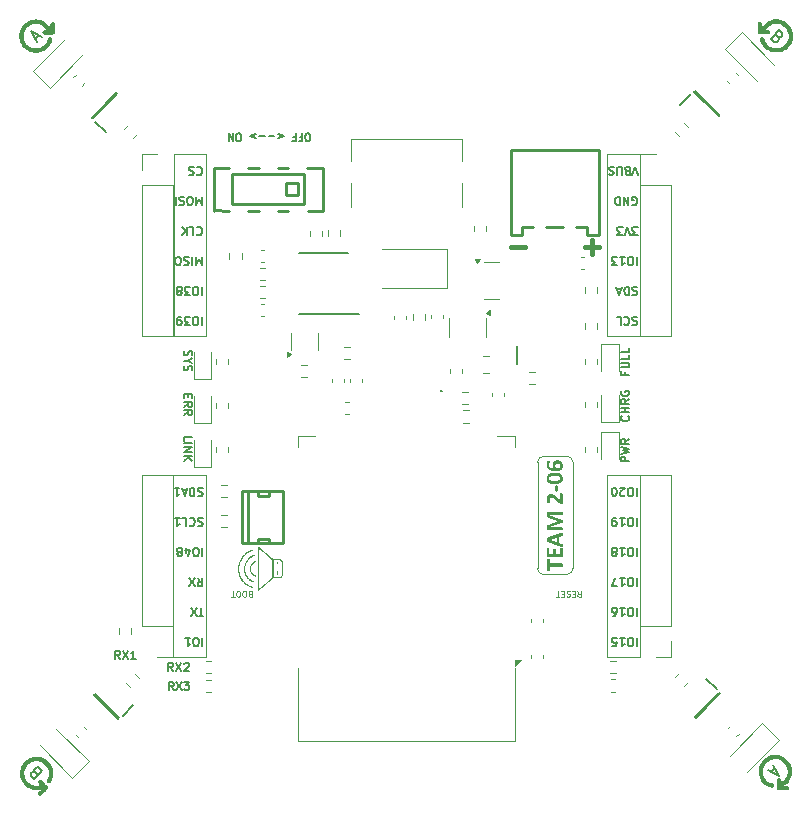
<source format=gto>
%TF.GenerationSoftware,KiCad,Pcbnew,9.0.4*%
%TF.CreationDate,2025-09-02T18:21:16+08:00*%
%TF.ProjectId,LiteWingV2.5C,4c697465-5769-46e6-9756-322e35432e6b,rev?*%
%TF.SameCoordinates,Original*%
%TF.FileFunction,Legend,Top*%
%TF.FilePolarity,Positive*%
%FSLAX46Y46*%
G04 Gerber Fmt 4.6, Leading zero omitted, Abs format (unit mm)*
G04 Created by KiCad (PCBNEW 9.0.4) date 2025-09-02 18:21:16*
%MOMM*%
%LPD*%
G01*
G04 APERTURE LIST*
%ADD10C,0.100000*%
%ADD11C,0.175000*%
%ADD12C,0.381000*%
%ADD13C,0.168275*%
%ADD14C,0.125000*%
%ADD15C,0.158750*%
%ADD16C,0.200000*%
%ADD17C,0.300000*%
%ADD18C,0.254000*%
%ADD19C,0.120000*%
%ADD20C,0.150000*%
%ADD21C,0.000000*%
G04 APERTURE END LIST*
D10*
X164387500Y-100054000D02*
X167137500Y-100054000D01*
X167137500Y-115414000D01*
X164387500Y-115414000D01*
X164387500Y-100054000D01*
X127621476Y-100054000D02*
X130371476Y-100054000D01*
X130371476Y-115414000D01*
X127621476Y-115414000D01*
X127621476Y-100054000D01*
X127657189Y-72874000D02*
X130407189Y-72874000D01*
X130407189Y-88234000D01*
X127657189Y-88234000D01*
X127657189Y-72874000D01*
X164391500Y-72874000D02*
X167141500Y-72874000D01*
X167141500Y-88234000D01*
X164391500Y-88234000D01*
X164391500Y-72874000D01*
D11*
X123131297Y-115624233D02*
X122897964Y-115290900D01*
X122731297Y-115624233D02*
X122731297Y-114924233D01*
X122731297Y-114924233D02*
X122997964Y-114924233D01*
X122997964Y-114924233D02*
X123064631Y-114957566D01*
X123064631Y-114957566D02*
X123097964Y-114990900D01*
X123097964Y-114990900D02*
X123131297Y-115057566D01*
X123131297Y-115057566D02*
X123131297Y-115157566D01*
X123131297Y-115157566D02*
X123097964Y-115224233D01*
X123097964Y-115224233D02*
X123064631Y-115257566D01*
X123064631Y-115257566D02*
X122997964Y-115290900D01*
X122997964Y-115290900D02*
X122731297Y-115290900D01*
X123364631Y-114924233D02*
X123831297Y-115624233D01*
X123831297Y-114924233D02*
X123364631Y-115624233D01*
X124464631Y-115624233D02*
X124064631Y-115624233D01*
X124264631Y-115624233D02*
X124264631Y-114924233D01*
X124264631Y-114924233D02*
X124197964Y-115024233D01*
X124197964Y-115024233D02*
X124131298Y-115090900D01*
X124131298Y-115090900D02*
X124064631Y-115124233D01*
X166877203Y-108735642D02*
X166877203Y-109435642D01*
X166410537Y-109435642D02*
X166277203Y-109435642D01*
X166277203Y-109435642D02*
X166210537Y-109402309D01*
X166210537Y-109402309D02*
X166143870Y-109335642D01*
X166143870Y-109335642D02*
X166110537Y-109202309D01*
X166110537Y-109202309D02*
X166110537Y-108968976D01*
X166110537Y-108968976D02*
X166143870Y-108835642D01*
X166143870Y-108835642D02*
X166210537Y-108768976D01*
X166210537Y-108768976D02*
X166277203Y-108735642D01*
X166277203Y-108735642D02*
X166410537Y-108735642D01*
X166410537Y-108735642D02*
X166477203Y-108768976D01*
X166477203Y-108768976D02*
X166543870Y-108835642D01*
X166543870Y-108835642D02*
X166577203Y-108968976D01*
X166577203Y-108968976D02*
X166577203Y-109202309D01*
X166577203Y-109202309D02*
X166543870Y-109335642D01*
X166543870Y-109335642D02*
X166477203Y-109402309D01*
X166477203Y-109402309D02*
X166410537Y-109435642D01*
X165443870Y-108735642D02*
X165843870Y-108735642D01*
X165643870Y-108735642D02*
X165643870Y-109435642D01*
X165643870Y-109435642D02*
X165710537Y-109335642D01*
X165710537Y-109335642D02*
X165777204Y-109268976D01*
X165777204Y-109268976D02*
X165843870Y-109235642D01*
X165210537Y-109435642D02*
X164743870Y-109435642D01*
X164743870Y-109435642D02*
X165043870Y-108735642D01*
X129642703Y-74001433D02*
X129676036Y-73968100D01*
X129676036Y-73968100D02*
X129776036Y-73934766D01*
X129776036Y-73934766D02*
X129842703Y-73934766D01*
X129842703Y-73934766D02*
X129942703Y-73968100D01*
X129942703Y-73968100D02*
X130009370Y-74034766D01*
X130009370Y-74034766D02*
X130042703Y-74101433D01*
X130042703Y-74101433D02*
X130076036Y-74234766D01*
X130076036Y-74234766D02*
X130076036Y-74334766D01*
X130076036Y-74334766D02*
X130042703Y-74468100D01*
X130042703Y-74468100D02*
X130009370Y-74534766D01*
X130009370Y-74534766D02*
X129942703Y-74601433D01*
X129942703Y-74601433D02*
X129842703Y-74634766D01*
X129842703Y-74634766D02*
X129776036Y-74634766D01*
X129776036Y-74634766D02*
X129676036Y-74601433D01*
X129676036Y-74601433D02*
X129642703Y-74568100D01*
X129376036Y-73968100D02*
X129276036Y-73934766D01*
X129276036Y-73934766D02*
X129109370Y-73934766D01*
X129109370Y-73934766D02*
X129042703Y-73968100D01*
X129042703Y-73968100D02*
X129009370Y-74001433D01*
X129009370Y-74001433D02*
X128976036Y-74068100D01*
X128976036Y-74068100D02*
X128976036Y-74134766D01*
X128976036Y-74134766D02*
X129009370Y-74201433D01*
X129009370Y-74201433D02*
X129042703Y-74234766D01*
X129042703Y-74234766D02*
X129109370Y-74268100D01*
X129109370Y-74268100D02*
X129242703Y-74301433D01*
X129242703Y-74301433D02*
X129309370Y-74334766D01*
X129309370Y-74334766D02*
X129342703Y-74368100D01*
X129342703Y-74368100D02*
X129376036Y-74434766D01*
X129376036Y-74434766D02*
X129376036Y-74501433D01*
X129376036Y-74501433D02*
X129342703Y-74568100D01*
X129342703Y-74568100D02*
X129309370Y-74601433D01*
X129309370Y-74601433D02*
X129242703Y-74634766D01*
X129242703Y-74634766D02*
X129076036Y-74634766D01*
X129076036Y-74634766D02*
X128976036Y-74601433D01*
D12*
X162517014Y-80762108D02*
X163678157Y-80762108D01*
X163097585Y-81342679D02*
X163097585Y-80181536D01*
D11*
X130042703Y-86634766D02*
X130042703Y-87334766D01*
X129576037Y-87334766D02*
X129442703Y-87334766D01*
X129442703Y-87334766D02*
X129376037Y-87301433D01*
X129376037Y-87301433D02*
X129309370Y-87234766D01*
X129309370Y-87234766D02*
X129276037Y-87101433D01*
X129276037Y-87101433D02*
X129276037Y-86868100D01*
X129276037Y-86868100D02*
X129309370Y-86734766D01*
X129309370Y-86734766D02*
X129376037Y-86668100D01*
X129376037Y-86668100D02*
X129442703Y-86634766D01*
X129442703Y-86634766D02*
X129576037Y-86634766D01*
X129576037Y-86634766D02*
X129642703Y-86668100D01*
X129642703Y-86668100D02*
X129709370Y-86734766D01*
X129709370Y-86734766D02*
X129742703Y-86868100D01*
X129742703Y-86868100D02*
X129742703Y-87101433D01*
X129742703Y-87101433D02*
X129709370Y-87234766D01*
X129709370Y-87234766D02*
X129642703Y-87301433D01*
X129642703Y-87301433D02*
X129576037Y-87334766D01*
X129042704Y-87334766D02*
X128609370Y-87334766D01*
X128609370Y-87334766D02*
X128842704Y-87068100D01*
X128842704Y-87068100D02*
X128742704Y-87068100D01*
X128742704Y-87068100D02*
X128676037Y-87034766D01*
X128676037Y-87034766D02*
X128642704Y-87001433D01*
X128642704Y-87001433D02*
X128609370Y-86934766D01*
X128609370Y-86934766D02*
X128609370Y-86768100D01*
X128609370Y-86768100D02*
X128642704Y-86701433D01*
X128642704Y-86701433D02*
X128676037Y-86668100D01*
X128676037Y-86668100D02*
X128742704Y-86634766D01*
X128742704Y-86634766D02*
X128942704Y-86634766D01*
X128942704Y-86634766D02*
X129009370Y-86668100D01*
X129009370Y-86668100D02*
X129042704Y-86701433D01*
X128276037Y-86634766D02*
X128142703Y-86634766D01*
X128142703Y-86634766D02*
X128076037Y-86668100D01*
X128076037Y-86668100D02*
X128042703Y-86701433D01*
X128042703Y-86701433D02*
X127976037Y-86801433D01*
X127976037Y-86801433D02*
X127942703Y-86934766D01*
X127942703Y-86934766D02*
X127942703Y-87201433D01*
X127942703Y-87201433D02*
X127976037Y-87268100D01*
X127976037Y-87268100D02*
X128009370Y-87301433D01*
X128009370Y-87301433D02*
X128076037Y-87334766D01*
X128076037Y-87334766D02*
X128209370Y-87334766D01*
X128209370Y-87334766D02*
X128276037Y-87301433D01*
X128276037Y-87301433D02*
X128309370Y-87268100D01*
X128309370Y-87268100D02*
X128342703Y-87201433D01*
X128342703Y-87201433D02*
X128342703Y-87034766D01*
X128342703Y-87034766D02*
X128309370Y-86968100D01*
X128309370Y-86968100D02*
X128276037Y-86934766D01*
X128276037Y-86934766D02*
X128209370Y-86901433D01*
X128209370Y-86901433D02*
X128076037Y-86901433D01*
X128076037Y-86901433D02*
X128009370Y-86934766D01*
X128009370Y-86934766D02*
X127976037Y-86968100D01*
X127976037Y-86968100D02*
X127942703Y-87034766D01*
X166877203Y-111275641D02*
X166877203Y-111975641D01*
X166410537Y-111975641D02*
X166277203Y-111975641D01*
X166277203Y-111975641D02*
X166210537Y-111942308D01*
X166210537Y-111942308D02*
X166143870Y-111875641D01*
X166143870Y-111875641D02*
X166110537Y-111742308D01*
X166110537Y-111742308D02*
X166110537Y-111508975D01*
X166110537Y-111508975D02*
X166143870Y-111375641D01*
X166143870Y-111375641D02*
X166210537Y-111308975D01*
X166210537Y-111308975D02*
X166277203Y-111275641D01*
X166277203Y-111275641D02*
X166410537Y-111275641D01*
X166410537Y-111275641D02*
X166477203Y-111308975D01*
X166477203Y-111308975D02*
X166543870Y-111375641D01*
X166543870Y-111375641D02*
X166577203Y-111508975D01*
X166577203Y-111508975D02*
X166577203Y-111742308D01*
X166577203Y-111742308D02*
X166543870Y-111875641D01*
X166543870Y-111875641D02*
X166477203Y-111942308D01*
X166477203Y-111942308D02*
X166410537Y-111975641D01*
X165443870Y-111275641D02*
X165843870Y-111275641D01*
X165643870Y-111275641D02*
X165643870Y-111975641D01*
X165643870Y-111975641D02*
X165710537Y-111875641D01*
X165710537Y-111875641D02*
X165777204Y-111808975D01*
X165777204Y-111808975D02*
X165843870Y-111775641D01*
X164843870Y-111975641D02*
X164977203Y-111975641D01*
X164977203Y-111975641D02*
X165043870Y-111942308D01*
X165043870Y-111942308D02*
X165077203Y-111908975D01*
X165077203Y-111908975D02*
X165143870Y-111808975D01*
X165143870Y-111808975D02*
X165177203Y-111675641D01*
X165177203Y-111675641D02*
X165177203Y-111408975D01*
X165177203Y-111408975D02*
X165143870Y-111342308D01*
X165143870Y-111342308D02*
X165110537Y-111308975D01*
X165110537Y-111308975D02*
X165043870Y-111275641D01*
X165043870Y-111275641D02*
X164910537Y-111275641D01*
X164910537Y-111275641D02*
X164843870Y-111308975D01*
X164843870Y-111308975D02*
X164810537Y-111342308D01*
X164810537Y-111342308D02*
X164777203Y-111408975D01*
X164777203Y-111408975D02*
X164777203Y-111575641D01*
X164777203Y-111575641D02*
X164810537Y-111642308D01*
X164810537Y-111642308D02*
X164843870Y-111675641D01*
X164843870Y-111675641D02*
X164910537Y-111708975D01*
X164910537Y-111708975D02*
X165043870Y-111708975D01*
X165043870Y-111708975D02*
X165110537Y-111675641D01*
X165110537Y-111675641D02*
X165143870Y-111642308D01*
X165143870Y-111642308D02*
X165177203Y-111575641D01*
X165854066Y-91301703D02*
X165854066Y-91535036D01*
X166220733Y-91535036D02*
X165520733Y-91535036D01*
X165520733Y-91535036D02*
X165520733Y-91201703D01*
X165520733Y-90935036D02*
X166087400Y-90935036D01*
X166087400Y-90935036D02*
X166154066Y-90901703D01*
X166154066Y-90901703D02*
X166187400Y-90868369D01*
X166187400Y-90868369D02*
X166220733Y-90801703D01*
X166220733Y-90801703D02*
X166220733Y-90668369D01*
X166220733Y-90668369D02*
X166187400Y-90601703D01*
X166187400Y-90601703D02*
X166154066Y-90568369D01*
X166154066Y-90568369D02*
X166087400Y-90535036D01*
X166087400Y-90535036D02*
X165520733Y-90535036D01*
X166220733Y-89868370D02*
X166220733Y-90201703D01*
X166220733Y-90201703D02*
X165520733Y-90201703D01*
X166220733Y-89301703D02*
X166220733Y-89635036D01*
X166220733Y-89635036D02*
X165520733Y-89635036D01*
D13*
X166957688Y-74631417D02*
X166733321Y-73931417D01*
X166733321Y-73931417D02*
X166508954Y-74631417D01*
X166060221Y-74298084D02*
X165964064Y-74264751D01*
X165964064Y-74264751D02*
X165932011Y-74231417D01*
X165932011Y-74231417D02*
X165899959Y-74164751D01*
X165899959Y-74164751D02*
X165899959Y-74064751D01*
X165899959Y-74064751D02*
X165932011Y-73998084D01*
X165932011Y-73998084D02*
X165964064Y-73964751D01*
X165964064Y-73964751D02*
X166028169Y-73931417D01*
X166028169Y-73931417D02*
X166284588Y-73931417D01*
X166284588Y-73931417D02*
X166284588Y-74631417D01*
X166284588Y-74631417D02*
X166060221Y-74631417D01*
X166060221Y-74631417D02*
X165996116Y-74598084D01*
X165996116Y-74598084D02*
X165964064Y-74564751D01*
X165964064Y-74564751D02*
X165932011Y-74498084D01*
X165932011Y-74498084D02*
X165932011Y-74431417D01*
X165932011Y-74431417D02*
X165964064Y-74364751D01*
X165964064Y-74364751D02*
X165996116Y-74331417D01*
X165996116Y-74331417D02*
X166060221Y-74298084D01*
X166060221Y-74298084D02*
X166284588Y-74298084D01*
X165611488Y-74631417D02*
X165611488Y-74064751D01*
X165611488Y-74064751D02*
X165579435Y-73998084D01*
X165579435Y-73998084D02*
X165547383Y-73964751D01*
X165547383Y-73964751D02*
X165483278Y-73931417D01*
X165483278Y-73931417D02*
X165355069Y-73931417D01*
X165355069Y-73931417D02*
X165290964Y-73964751D01*
X165290964Y-73964751D02*
X165258911Y-73998084D01*
X165258911Y-73998084D02*
X165226859Y-74064751D01*
X165226859Y-74064751D02*
X165226859Y-74631417D01*
X164938388Y-73964751D02*
X164842231Y-73931417D01*
X164842231Y-73931417D02*
X164681969Y-73931417D01*
X164681969Y-73931417D02*
X164617864Y-73964751D01*
X164617864Y-73964751D02*
X164585812Y-73998084D01*
X164585812Y-73998084D02*
X164553759Y-74064751D01*
X164553759Y-74064751D02*
X164553759Y-74131417D01*
X164553759Y-74131417D02*
X164585812Y-74198084D01*
X164585812Y-74198084D02*
X164617864Y-74231417D01*
X164617864Y-74231417D02*
X164681969Y-74264751D01*
X164681969Y-74264751D02*
X164810178Y-74298084D01*
X164810178Y-74298084D02*
X164874283Y-74331417D01*
X164874283Y-74331417D02*
X164906336Y-74364751D01*
X164906336Y-74364751D02*
X164938388Y-74431417D01*
X164938388Y-74431417D02*
X164938388Y-74498084D01*
X164938388Y-74498084D02*
X164906336Y-74564751D01*
X164906336Y-74564751D02*
X164874283Y-74598084D01*
X164874283Y-74598084D02*
X164810178Y-74631417D01*
X164810178Y-74631417D02*
X164649917Y-74631417D01*
X164649917Y-74631417D02*
X164553759Y-74598084D01*
D11*
X130126036Y-101148975D02*
X130026036Y-101115641D01*
X130026036Y-101115641D02*
X129859370Y-101115641D01*
X129859370Y-101115641D02*
X129792703Y-101148975D01*
X129792703Y-101148975D02*
X129759370Y-101182308D01*
X129759370Y-101182308D02*
X129726036Y-101248975D01*
X129726036Y-101248975D02*
X129726036Y-101315641D01*
X129726036Y-101315641D02*
X129759370Y-101382308D01*
X129759370Y-101382308D02*
X129792703Y-101415641D01*
X129792703Y-101415641D02*
X129859370Y-101448975D01*
X129859370Y-101448975D02*
X129992703Y-101482308D01*
X129992703Y-101482308D02*
X130059370Y-101515641D01*
X130059370Y-101515641D02*
X130092703Y-101548975D01*
X130092703Y-101548975D02*
X130126036Y-101615641D01*
X130126036Y-101615641D02*
X130126036Y-101682308D01*
X130126036Y-101682308D02*
X130092703Y-101748975D01*
X130092703Y-101748975D02*
X130059370Y-101782308D01*
X130059370Y-101782308D02*
X129992703Y-101815641D01*
X129992703Y-101815641D02*
X129826036Y-101815641D01*
X129826036Y-101815641D02*
X129726036Y-101782308D01*
X129426036Y-101115641D02*
X129426036Y-101815641D01*
X129426036Y-101815641D02*
X129259369Y-101815641D01*
X129259369Y-101815641D02*
X129159369Y-101782308D01*
X129159369Y-101782308D02*
X129092703Y-101715641D01*
X129092703Y-101715641D02*
X129059369Y-101648975D01*
X129059369Y-101648975D02*
X129026036Y-101515641D01*
X129026036Y-101515641D02*
X129026036Y-101415641D01*
X129026036Y-101415641D02*
X129059369Y-101282308D01*
X129059369Y-101282308D02*
X129092703Y-101215641D01*
X129092703Y-101215641D02*
X129159369Y-101148975D01*
X129159369Y-101148975D02*
X129259369Y-101115641D01*
X129259369Y-101115641D02*
X129426036Y-101115641D01*
X128759369Y-101315641D02*
X128426036Y-101315641D01*
X128826036Y-101115641D02*
X128592703Y-101815641D01*
X128592703Y-101815641D02*
X128359369Y-101115641D01*
X127759369Y-101115641D02*
X128159369Y-101115641D01*
X127959369Y-101115641D02*
X127959369Y-101815641D01*
X127959369Y-101815641D02*
X128026036Y-101715641D01*
X128026036Y-101715641D02*
X128092703Y-101648975D01*
X128092703Y-101648975D02*
X128159369Y-101615641D01*
D14*
X161859502Y-109842690D02*
X162026168Y-110080785D01*
X162145216Y-109842690D02*
X162145216Y-110342690D01*
X162145216Y-110342690D02*
X161954740Y-110342690D01*
X161954740Y-110342690D02*
X161907121Y-110318880D01*
X161907121Y-110318880D02*
X161883311Y-110295071D01*
X161883311Y-110295071D02*
X161859502Y-110247452D01*
X161859502Y-110247452D02*
X161859502Y-110176023D01*
X161859502Y-110176023D02*
X161883311Y-110128404D01*
X161883311Y-110128404D02*
X161907121Y-110104595D01*
X161907121Y-110104595D02*
X161954740Y-110080785D01*
X161954740Y-110080785D02*
X162145216Y-110080785D01*
X161645216Y-110104595D02*
X161478549Y-110104595D01*
X161407121Y-109842690D02*
X161645216Y-109842690D01*
X161645216Y-109842690D02*
X161645216Y-110342690D01*
X161645216Y-110342690D02*
X161407121Y-110342690D01*
X161216644Y-109866500D02*
X161145216Y-109842690D01*
X161145216Y-109842690D02*
X161026168Y-109842690D01*
X161026168Y-109842690D02*
X160978549Y-109866500D01*
X160978549Y-109866500D02*
X160954740Y-109890309D01*
X160954740Y-109890309D02*
X160930930Y-109937928D01*
X160930930Y-109937928D02*
X160930930Y-109985547D01*
X160930930Y-109985547D02*
X160954740Y-110033166D01*
X160954740Y-110033166D02*
X160978549Y-110056976D01*
X160978549Y-110056976D02*
X161026168Y-110080785D01*
X161026168Y-110080785D02*
X161121406Y-110104595D01*
X161121406Y-110104595D02*
X161169025Y-110128404D01*
X161169025Y-110128404D02*
X161192835Y-110152214D01*
X161192835Y-110152214D02*
X161216644Y-110199833D01*
X161216644Y-110199833D02*
X161216644Y-110247452D01*
X161216644Y-110247452D02*
X161192835Y-110295071D01*
X161192835Y-110295071D02*
X161169025Y-110318880D01*
X161169025Y-110318880D02*
X161121406Y-110342690D01*
X161121406Y-110342690D02*
X161002359Y-110342690D01*
X161002359Y-110342690D02*
X160930930Y-110318880D01*
X160716645Y-110104595D02*
X160549978Y-110104595D01*
X160478550Y-109842690D02*
X160716645Y-109842690D01*
X160716645Y-109842690D02*
X160716645Y-110342690D01*
X160716645Y-110342690D02*
X160478550Y-110342690D01*
X160335692Y-110342690D02*
X160049978Y-110342690D01*
X160192835Y-109842690D02*
X160192835Y-110342690D01*
D11*
X130092703Y-113815641D02*
X130092703Y-114515641D01*
X129626037Y-114515641D02*
X129492703Y-114515641D01*
X129492703Y-114515641D02*
X129426037Y-114482308D01*
X129426037Y-114482308D02*
X129359370Y-114415641D01*
X129359370Y-114415641D02*
X129326037Y-114282308D01*
X129326037Y-114282308D02*
X129326037Y-114048975D01*
X129326037Y-114048975D02*
X129359370Y-113915641D01*
X129359370Y-113915641D02*
X129426037Y-113848975D01*
X129426037Y-113848975D02*
X129492703Y-113815641D01*
X129492703Y-113815641D02*
X129626037Y-113815641D01*
X129626037Y-113815641D02*
X129692703Y-113848975D01*
X129692703Y-113848975D02*
X129759370Y-113915641D01*
X129759370Y-113915641D02*
X129792703Y-114048975D01*
X129792703Y-114048975D02*
X129792703Y-114282308D01*
X129792703Y-114282308D02*
X129759370Y-114415641D01*
X129759370Y-114415641D02*
X129692703Y-114482308D01*
X129692703Y-114482308D02*
X129626037Y-114515641D01*
X128659370Y-113815641D02*
X129059370Y-113815641D01*
X128859370Y-113815641D02*
X128859370Y-114515641D01*
X128859370Y-114515641D02*
X128926037Y-114415641D01*
X128926037Y-114415641D02*
X128992704Y-114348975D01*
X128992704Y-114348975D02*
X129059370Y-114315641D01*
X166877203Y-81555642D02*
X166877203Y-82255642D01*
X166410537Y-82255642D02*
X166277203Y-82255642D01*
X166277203Y-82255642D02*
X166210537Y-82222309D01*
X166210537Y-82222309D02*
X166143870Y-82155642D01*
X166143870Y-82155642D02*
X166110537Y-82022309D01*
X166110537Y-82022309D02*
X166110537Y-81788976D01*
X166110537Y-81788976D02*
X166143870Y-81655642D01*
X166143870Y-81655642D02*
X166210537Y-81588976D01*
X166210537Y-81588976D02*
X166277203Y-81555642D01*
X166277203Y-81555642D02*
X166410537Y-81555642D01*
X166410537Y-81555642D02*
X166477203Y-81588976D01*
X166477203Y-81588976D02*
X166543870Y-81655642D01*
X166543870Y-81655642D02*
X166577203Y-81788976D01*
X166577203Y-81788976D02*
X166577203Y-82022309D01*
X166577203Y-82022309D02*
X166543870Y-82155642D01*
X166543870Y-82155642D02*
X166477203Y-82222309D01*
X166477203Y-82222309D02*
X166410537Y-82255642D01*
X165443870Y-81555642D02*
X165843870Y-81555642D01*
X165643870Y-81555642D02*
X165643870Y-82255642D01*
X165643870Y-82255642D02*
X165710537Y-82155642D01*
X165710537Y-82155642D02*
X165777204Y-82088976D01*
X165777204Y-82088976D02*
X165843870Y-82055642D01*
X165210537Y-82255642D02*
X164777203Y-82255642D01*
X164777203Y-82255642D02*
X165010537Y-81988976D01*
X165010537Y-81988976D02*
X164910537Y-81988976D01*
X164910537Y-81988976D02*
X164843870Y-81955642D01*
X164843870Y-81955642D02*
X164810537Y-81922309D01*
X164810537Y-81922309D02*
X164777203Y-81855642D01*
X164777203Y-81855642D02*
X164777203Y-81688976D01*
X164777203Y-81688976D02*
X164810537Y-81622309D01*
X164810537Y-81622309D02*
X164843870Y-81588976D01*
X164843870Y-81588976D02*
X164910537Y-81555642D01*
X164910537Y-81555642D02*
X165110537Y-81555642D01*
X165110537Y-81555642D02*
X165177203Y-81588976D01*
X165177203Y-81588976D02*
X165210537Y-81622309D01*
X166877203Y-113815641D02*
X166877203Y-114515641D01*
X166410537Y-114515641D02*
X166277203Y-114515641D01*
X166277203Y-114515641D02*
X166210537Y-114482308D01*
X166210537Y-114482308D02*
X166143870Y-114415641D01*
X166143870Y-114415641D02*
X166110537Y-114282308D01*
X166110537Y-114282308D02*
X166110537Y-114048975D01*
X166110537Y-114048975D02*
X166143870Y-113915641D01*
X166143870Y-113915641D02*
X166210537Y-113848975D01*
X166210537Y-113848975D02*
X166277203Y-113815641D01*
X166277203Y-113815641D02*
X166410537Y-113815641D01*
X166410537Y-113815641D02*
X166477203Y-113848975D01*
X166477203Y-113848975D02*
X166543870Y-113915641D01*
X166543870Y-113915641D02*
X166577203Y-114048975D01*
X166577203Y-114048975D02*
X166577203Y-114282308D01*
X166577203Y-114282308D02*
X166543870Y-114415641D01*
X166543870Y-114415641D02*
X166477203Y-114482308D01*
X166477203Y-114482308D02*
X166410537Y-114515641D01*
X165443870Y-113815641D02*
X165843870Y-113815641D01*
X165643870Y-113815641D02*
X165643870Y-114515641D01*
X165643870Y-114515641D02*
X165710537Y-114415641D01*
X165710537Y-114415641D02*
X165777204Y-114348975D01*
X165777204Y-114348975D02*
X165843870Y-114315641D01*
X164810537Y-114515641D02*
X165143870Y-114515641D01*
X165143870Y-114515641D02*
X165177203Y-114182308D01*
X165177203Y-114182308D02*
X165143870Y-114215641D01*
X165143870Y-114215641D02*
X165077203Y-114248975D01*
X165077203Y-114248975D02*
X164910537Y-114248975D01*
X164910537Y-114248975D02*
X164843870Y-114215641D01*
X164843870Y-114215641D02*
X164810537Y-114182308D01*
X164810537Y-114182308D02*
X164777203Y-114115641D01*
X164777203Y-114115641D02*
X164777203Y-113948975D01*
X164777203Y-113948975D02*
X164810537Y-113882308D01*
X164810537Y-113882308D02*
X164843870Y-113848975D01*
X164843870Y-113848975D02*
X164910537Y-113815641D01*
X164910537Y-113815641D02*
X165077203Y-113815641D01*
X165077203Y-113815641D02*
X165143870Y-113848975D01*
X165143870Y-113848975D02*
X165177203Y-113882308D01*
D15*
X139088975Y-71757966D02*
X138968022Y-71757966D01*
X138968022Y-71757966D02*
X138907546Y-71727728D01*
X138907546Y-71727728D02*
X138847070Y-71667252D01*
X138847070Y-71667252D02*
X138816832Y-71546300D01*
X138816832Y-71546300D02*
X138816832Y-71334633D01*
X138816832Y-71334633D02*
X138847070Y-71213681D01*
X138847070Y-71213681D02*
X138907546Y-71153205D01*
X138907546Y-71153205D02*
X138968022Y-71122966D01*
X138968022Y-71122966D02*
X139088975Y-71122966D01*
X139088975Y-71122966D02*
X139149451Y-71153205D01*
X139149451Y-71153205D02*
X139209927Y-71213681D01*
X139209927Y-71213681D02*
X139240165Y-71334633D01*
X139240165Y-71334633D02*
X139240165Y-71546300D01*
X139240165Y-71546300D02*
X139209927Y-71667252D01*
X139209927Y-71667252D02*
X139149451Y-71727728D01*
X139149451Y-71727728D02*
X139088975Y-71757966D01*
X138333022Y-71455585D02*
X138544689Y-71455585D01*
X138544689Y-71122966D02*
X138544689Y-71757966D01*
X138544689Y-71757966D02*
X138242308Y-71757966D01*
X137788736Y-71455585D02*
X138000403Y-71455585D01*
X138000403Y-71122966D02*
X138000403Y-71757966D01*
X138000403Y-71757966D02*
X137698022Y-71757966D01*
X136488498Y-71546300D02*
X136972307Y-71364871D01*
X136972307Y-71364871D02*
X136488498Y-71183443D01*
X136186117Y-71364871D02*
X135702308Y-71364871D01*
X135399927Y-71364871D02*
X134916118Y-71364871D01*
X134613737Y-71546300D02*
X134129928Y-71364871D01*
X134129928Y-71364871D02*
X134613737Y-71183443D01*
X133222785Y-71757966D02*
X133101832Y-71757966D01*
X133101832Y-71757966D02*
X133041356Y-71727728D01*
X133041356Y-71727728D02*
X132980880Y-71667252D01*
X132980880Y-71667252D02*
X132950642Y-71546300D01*
X132950642Y-71546300D02*
X132950642Y-71334633D01*
X132950642Y-71334633D02*
X132980880Y-71213681D01*
X132980880Y-71213681D02*
X133041356Y-71153205D01*
X133041356Y-71153205D02*
X133101832Y-71122966D01*
X133101832Y-71122966D02*
X133222785Y-71122966D01*
X133222785Y-71122966D02*
X133283261Y-71153205D01*
X133283261Y-71153205D02*
X133343737Y-71213681D01*
X133343737Y-71213681D02*
X133373975Y-71334633D01*
X133373975Y-71334633D02*
X133373975Y-71546300D01*
X133373975Y-71546300D02*
X133343737Y-71667252D01*
X133343737Y-71667252D02*
X133283261Y-71727728D01*
X133283261Y-71727728D02*
X133222785Y-71757966D01*
X132678499Y-71122966D02*
X132678499Y-71757966D01*
X132678499Y-71757966D02*
X132315642Y-71122966D01*
X132315642Y-71122966D02*
X132315642Y-71757966D01*
D11*
X128562600Y-89520297D02*
X128529266Y-89620297D01*
X128529266Y-89620297D02*
X128529266Y-89786964D01*
X128529266Y-89786964D02*
X128562600Y-89853630D01*
X128562600Y-89853630D02*
X128595933Y-89886964D01*
X128595933Y-89886964D02*
X128662600Y-89920297D01*
X128662600Y-89920297D02*
X128729266Y-89920297D01*
X128729266Y-89920297D02*
X128795933Y-89886964D01*
X128795933Y-89886964D02*
X128829266Y-89853630D01*
X128829266Y-89853630D02*
X128862600Y-89786964D01*
X128862600Y-89786964D02*
X128895933Y-89653630D01*
X128895933Y-89653630D02*
X128929266Y-89586964D01*
X128929266Y-89586964D02*
X128962600Y-89553630D01*
X128962600Y-89553630D02*
X129029266Y-89520297D01*
X129029266Y-89520297D02*
X129095933Y-89520297D01*
X129095933Y-89520297D02*
X129162600Y-89553630D01*
X129162600Y-89553630D02*
X129195933Y-89586964D01*
X129195933Y-89586964D02*
X129229266Y-89653630D01*
X129229266Y-89653630D02*
X129229266Y-89820297D01*
X129229266Y-89820297D02*
X129195933Y-89920297D01*
X128862600Y-90353631D02*
X128529266Y-90353631D01*
X129229266Y-90120297D02*
X128862600Y-90353631D01*
X128862600Y-90353631D02*
X129229266Y-90586964D01*
X128562600Y-90786964D02*
X128529266Y-90886964D01*
X128529266Y-90886964D02*
X128529266Y-91053631D01*
X128529266Y-91053631D02*
X128562600Y-91120297D01*
X128562600Y-91120297D02*
X128595933Y-91153631D01*
X128595933Y-91153631D02*
X128662600Y-91186964D01*
X128662600Y-91186964D02*
X128729266Y-91186964D01*
X128729266Y-91186964D02*
X128795933Y-91153631D01*
X128795933Y-91153631D02*
X128829266Y-91120297D01*
X128829266Y-91120297D02*
X128862600Y-91053631D01*
X128862600Y-91053631D02*
X128895933Y-90920297D01*
X128895933Y-90920297D02*
X128929266Y-90853631D01*
X128929266Y-90853631D02*
X128962600Y-90820297D01*
X128962600Y-90820297D02*
X129029266Y-90786964D01*
X129029266Y-90786964D02*
X129095933Y-90786964D01*
X129095933Y-90786964D02*
X129162600Y-90820297D01*
X129162600Y-90820297D02*
X129195933Y-90853631D01*
X129195933Y-90853631D02*
X129229266Y-90920297D01*
X129229266Y-90920297D02*
X129229266Y-91086964D01*
X129229266Y-91086964D02*
X129195933Y-91186964D01*
X127626297Y-116646233D02*
X127392964Y-116312900D01*
X127226297Y-116646233D02*
X127226297Y-115946233D01*
X127226297Y-115946233D02*
X127492964Y-115946233D01*
X127492964Y-115946233D02*
X127559631Y-115979566D01*
X127559631Y-115979566D02*
X127592964Y-116012900D01*
X127592964Y-116012900D02*
X127626297Y-116079566D01*
X127626297Y-116079566D02*
X127626297Y-116179566D01*
X127626297Y-116179566D02*
X127592964Y-116246233D01*
X127592964Y-116246233D02*
X127559631Y-116279566D01*
X127559631Y-116279566D02*
X127492964Y-116312900D01*
X127492964Y-116312900D02*
X127226297Y-116312900D01*
X127859631Y-115946233D02*
X128326297Y-116646233D01*
X128326297Y-115946233D02*
X127859631Y-116646233D01*
X128559631Y-116012900D02*
X128592964Y-115979566D01*
X128592964Y-115979566D02*
X128659631Y-115946233D01*
X128659631Y-115946233D02*
X128826298Y-115946233D01*
X128826298Y-115946233D02*
X128892964Y-115979566D01*
X128892964Y-115979566D02*
X128926298Y-116012900D01*
X128926298Y-116012900D02*
X128959631Y-116079566D01*
X128959631Y-116079566D02*
X128959631Y-116146233D01*
X128959631Y-116146233D02*
X128926298Y-116246233D01*
X128926298Y-116246233D02*
X128526298Y-116646233D01*
X128526298Y-116646233D02*
X128959631Y-116646233D01*
D16*
X178579694Y-124824647D02*
X178242976Y-125161365D01*
X178445007Y-124555273D02*
X178916411Y-125498082D01*
X178916411Y-125498082D02*
X177973602Y-125026678D01*
D11*
X129692703Y-108735642D02*
X129926036Y-109068976D01*
X130092703Y-108735642D02*
X130092703Y-109435642D01*
X130092703Y-109435642D02*
X129826036Y-109435642D01*
X129826036Y-109435642D02*
X129759370Y-109402309D01*
X129759370Y-109402309D02*
X129726036Y-109368976D01*
X129726036Y-109368976D02*
X129692703Y-109302309D01*
X129692703Y-109302309D02*
X129692703Y-109202309D01*
X129692703Y-109202309D02*
X129726036Y-109135642D01*
X129726036Y-109135642D02*
X129759370Y-109102309D01*
X129759370Y-109102309D02*
X129826036Y-109068976D01*
X129826036Y-109068976D02*
X130092703Y-109068976D01*
X129459370Y-109435642D02*
X128992703Y-108735642D01*
X128992703Y-109435642D02*
X129459370Y-108735642D01*
D14*
X134132549Y-110104595D02*
X134061121Y-110080785D01*
X134061121Y-110080785D02*
X134037311Y-110056976D01*
X134037311Y-110056976D02*
X134013502Y-110009357D01*
X134013502Y-110009357D02*
X134013502Y-109937928D01*
X134013502Y-109937928D02*
X134037311Y-109890309D01*
X134037311Y-109890309D02*
X134061121Y-109866500D01*
X134061121Y-109866500D02*
X134108740Y-109842690D01*
X134108740Y-109842690D02*
X134299216Y-109842690D01*
X134299216Y-109842690D02*
X134299216Y-110342690D01*
X134299216Y-110342690D02*
X134132549Y-110342690D01*
X134132549Y-110342690D02*
X134084930Y-110318880D01*
X134084930Y-110318880D02*
X134061121Y-110295071D01*
X134061121Y-110295071D02*
X134037311Y-110247452D01*
X134037311Y-110247452D02*
X134037311Y-110199833D01*
X134037311Y-110199833D02*
X134061121Y-110152214D01*
X134061121Y-110152214D02*
X134084930Y-110128404D01*
X134084930Y-110128404D02*
X134132549Y-110104595D01*
X134132549Y-110104595D02*
X134299216Y-110104595D01*
X133703978Y-110342690D02*
X133608740Y-110342690D01*
X133608740Y-110342690D02*
X133561121Y-110318880D01*
X133561121Y-110318880D02*
X133513502Y-110271261D01*
X133513502Y-110271261D02*
X133489692Y-110176023D01*
X133489692Y-110176023D02*
X133489692Y-110009357D01*
X133489692Y-110009357D02*
X133513502Y-109914119D01*
X133513502Y-109914119D02*
X133561121Y-109866500D01*
X133561121Y-109866500D02*
X133608740Y-109842690D01*
X133608740Y-109842690D02*
X133703978Y-109842690D01*
X133703978Y-109842690D02*
X133751597Y-109866500D01*
X133751597Y-109866500D02*
X133799216Y-109914119D01*
X133799216Y-109914119D02*
X133823025Y-110009357D01*
X133823025Y-110009357D02*
X133823025Y-110176023D01*
X133823025Y-110176023D02*
X133799216Y-110271261D01*
X133799216Y-110271261D02*
X133751597Y-110318880D01*
X133751597Y-110318880D02*
X133703978Y-110342690D01*
X133180168Y-110342690D02*
X133084930Y-110342690D01*
X133084930Y-110342690D02*
X133037311Y-110318880D01*
X133037311Y-110318880D02*
X132989692Y-110271261D01*
X132989692Y-110271261D02*
X132965882Y-110176023D01*
X132965882Y-110176023D02*
X132965882Y-110009357D01*
X132965882Y-110009357D02*
X132989692Y-109914119D01*
X132989692Y-109914119D02*
X133037311Y-109866500D01*
X133037311Y-109866500D02*
X133084930Y-109842690D01*
X133084930Y-109842690D02*
X133180168Y-109842690D01*
X133180168Y-109842690D02*
X133227787Y-109866500D01*
X133227787Y-109866500D02*
X133275406Y-109914119D01*
X133275406Y-109914119D02*
X133299215Y-110009357D01*
X133299215Y-110009357D02*
X133299215Y-110176023D01*
X133299215Y-110176023D02*
X133275406Y-110271261D01*
X133275406Y-110271261D02*
X133227787Y-110318880D01*
X133227787Y-110318880D02*
X133180168Y-110342690D01*
X132823024Y-110342690D02*
X132537310Y-110342690D01*
X132680167Y-109842690D02*
X132680167Y-110342690D01*
D11*
X166910536Y-86668975D02*
X166810536Y-86635641D01*
X166810536Y-86635641D02*
X166643870Y-86635641D01*
X166643870Y-86635641D02*
X166577203Y-86668975D01*
X166577203Y-86668975D02*
X166543870Y-86702308D01*
X166543870Y-86702308D02*
X166510536Y-86768975D01*
X166510536Y-86768975D02*
X166510536Y-86835641D01*
X166510536Y-86835641D02*
X166543870Y-86902308D01*
X166543870Y-86902308D02*
X166577203Y-86935641D01*
X166577203Y-86935641D02*
X166643870Y-86968975D01*
X166643870Y-86968975D02*
X166777203Y-87002308D01*
X166777203Y-87002308D02*
X166843870Y-87035641D01*
X166843870Y-87035641D02*
X166877203Y-87068975D01*
X166877203Y-87068975D02*
X166910536Y-87135641D01*
X166910536Y-87135641D02*
X166910536Y-87202308D01*
X166910536Y-87202308D02*
X166877203Y-87268975D01*
X166877203Y-87268975D02*
X166843870Y-87302308D01*
X166843870Y-87302308D02*
X166777203Y-87335641D01*
X166777203Y-87335641D02*
X166610536Y-87335641D01*
X166610536Y-87335641D02*
X166510536Y-87302308D01*
X165810536Y-86702308D02*
X165843869Y-86668975D01*
X165843869Y-86668975D02*
X165943869Y-86635641D01*
X165943869Y-86635641D02*
X166010536Y-86635641D01*
X166010536Y-86635641D02*
X166110536Y-86668975D01*
X166110536Y-86668975D02*
X166177203Y-86735641D01*
X166177203Y-86735641D02*
X166210536Y-86802308D01*
X166210536Y-86802308D02*
X166243869Y-86935641D01*
X166243869Y-86935641D02*
X166243869Y-87035641D01*
X166243869Y-87035641D02*
X166210536Y-87168975D01*
X166210536Y-87168975D02*
X166177203Y-87235641D01*
X166177203Y-87235641D02*
X166110536Y-87302308D01*
X166110536Y-87302308D02*
X166010536Y-87335641D01*
X166010536Y-87335641D02*
X165943869Y-87335641D01*
X165943869Y-87335641D02*
X165843869Y-87302308D01*
X165843869Y-87302308D02*
X165810536Y-87268975D01*
X165177203Y-86635641D02*
X165510536Y-86635641D01*
X165510536Y-86635641D02*
X165510536Y-87335641D01*
X130092703Y-106195642D02*
X130092703Y-106895642D01*
X129626037Y-106895642D02*
X129492703Y-106895642D01*
X129492703Y-106895642D02*
X129426037Y-106862309D01*
X129426037Y-106862309D02*
X129359370Y-106795642D01*
X129359370Y-106795642D02*
X129326037Y-106662309D01*
X129326037Y-106662309D02*
X129326037Y-106428976D01*
X129326037Y-106428976D02*
X129359370Y-106295642D01*
X129359370Y-106295642D02*
X129426037Y-106228976D01*
X129426037Y-106228976D02*
X129492703Y-106195642D01*
X129492703Y-106195642D02*
X129626037Y-106195642D01*
X129626037Y-106195642D02*
X129692703Y-106228976D01*
X129692703Y-106228976D02*
X129759370Y-106295642D01*
X129759370Y-106295642D02*
X129792703Y-106428976D01*
X129792703Y-106428976D02*
X129792703Y-106662309D01*
X129792703Y-106662309D02*
X129759370Y-106795642D01*
X129759370Y-106795642D02*
X129692703Y-106862309D01*
X129692703Y-106862309D02*
X129626037Y-106895642D01*
X128726037Y-106662309D02*
X128726037Y-106195642D01*
X128892704Y-106928976D02*
X129059370Y-106428976D01*
X129059370Y-106428976D02*
X128626037Y-106428976D01*
X128259370Y-106595642D02*
X128326037Y-106628976D01*
X128326037Y-106628976D02*
X128359370Y-106662309D01*
X128359370Y-106662309D02*
X128392703Y-106728976D01*
X128392703Y-106728976D02*
X128392703Y-106762309D01*
X128392703Y-106762309D02*
X128359370Y-106828976D01*
X128359370Y-106828976D02*
X128326037Y-106862309D01*
X128326037Y-106862309D02*
X128259370Y-106895642D01*
X128259370Y-106895642D02*
X128126037Y-106895642D01*
X128126037Y-106895642D02*
X128059370Y-106862309D01*
X128059370Y-106862309D02*
X128026037Y-106828976D01*
X128026037Y-106828976D02*
X127992703Y-106762309D01*
X127992703Y-106762309D02*
X127992703Y-106728976D01*
X127992703Y-106728976D02*
X128026037Y-106662309D01*
X128026037Y-106662309D02*
X128059370Y-106628976D01*
X128059370Y-106628976D02*
X128126037Y-106595642D01*
X128126037Y-106595642D02*
X128259370Y-106595642D01*
X128259370Y-106595642D02*
X128326037Y-106562309D01*
X128326037Y-106562309D02*
X128359370Y-106528976D01*
X128359370Y-106528976D02*
X128392703Y-106462309D01*
X128392703Y-106462309D02*
X128392703Y-106328976D01*
X128392703Y-106328976D02*
X128359370Y-106262309D01*
X128359370Y-106262309D02*
X128326037Y-106228976D01*
X128326037Y-106228976D02*
X128259370Y-106195642D01*
X128259370Y-106195642D02*
X128126037Y-106195642D01*
X128126037Y-106195642D02*
X128059370Y-106228976D01*
X128059370Y-106228976D02*
X128026037Y-106262309D01*
X128026037Y-106262309D02*
X127992703Y-106328976D01*
X127992703Y-106328976D02*
X127992703Y-106462309D01*
X127992703Y-106462309D02*
X128026037Y-106528976D01*
X128026037Y-106528976D02*
X128059370Y-106562309D01*
X128059370Y-106562309D02*
X128126037Y-106595642D01*
X166877202Y-103655642D02*
X166877202Y-104355642D01*
X166410536Y-104355642D02*
X166277202Y-104355642D01*
X166277202Y-104355642D02*
X166210536Y-104322309D01*
X166210536Y-104322309D02*
X166143869Y-104255642D01*
X166143869Y-104255642D02*
X166110536Y-104122309D01*
X166110536Y-104122309D02*
X166110536Y-103888976D01*
X166110536Y-103888976D02*
X166143869Y-103755642D01*
X166143869Y-103755642D02*
X166210536Y-103688976D01*
X166210536Y-103688976D02*
X166277202Y-103655642D01*
X166277202Y-103655642D02*
X166410536Y-103655642D01*
X166410536Y-103655642D02*
X166477202Y-103688976D01*
X166477202Y-103688976D02*
X166543869Y-103755642D01*
X166543869Y-103755642D02*
X166577202Y-103888976D01*
X166577202Y-103888976D02*
X166577202Y-104122309D01*
X166577202Y-104122309D02*
X166543869Y-104255642D01*
X166543869Y-104255642D02*
X166477202Y-104322309D01*
X166477202Y-104322309D02*
X166410536Y-104355642D01*
X165443869Y-103655642D02*
X165843869Y-103655642D01*
X165643869Y-103655642D02*
X165643869Y-104355642D01*
X165643869Y-104355642D02*
X165710536Y-104255642D01*
X165710536Y-104255642D02*
X165777203Y-104188976D01*
X165777203Y-104188976D02*
X165843869Y-104155642D01*
X165110536Y-103655642D02*
X164977202Y-103655642D01*
X164977202Y-103655642D02*
X164910536Y-103688976D01*
X164910536Y-103688976D02*
X164877202Y-103722309D01*
X164877202Y-103722309D02*
X164810536Y-103822309D01*
X164810536Y-103822309D02*
X164777202Y-103955642D01*
X164777202Y-103955642D02*
X164777202Y-104222309D01*
X164777202Y-104222309D02*
X164810536Y-104288976D01*
X164810536Y-104288976D02*
X164843869Y-104322309D01*
X164843869Y-104322309D02*
X164910536Y-104355642D01*
X164910536Y-104355642D02*
X165043869Y-104355642D01*
X165043869Y-104355642D02*
X165110536Y-104322309D01*
X165110536Y-104322309D02*
X165143869Y-104288976D01*
X165143869Y-104288976D02*
X165177202Y-104222309D01*
X165177202Y-104222309D02*
X165177202Y-104055642D01*
X165177202Y-104055642D02*
X165143869Y-103988976D01*
X165143869Y-103988976D02*
X165110536Y-103955642D01*
X165110536Y-103955642D02*
X165043869Y-103922309D01*
X165043869Y-103922309D02*
X164910536Y-103922309D01*
X164910536Y-103922309D02*
X164843869Y-103955642D01*
X164843869Y-103955642D02*
X164810536Y-103988976D01*
X164810536Y-103988976D02*
X164777202Y-104055642D01*
X166220733Y-98881702D02*
X165520733Y-98881702D01*
X165520733Y-98881702D02*
X165520733Y-98615035D01*
X165520733Y-98615035D02*
X165554066Y-98548369D01*
X165554066Y-98548369D02*
X165587400Y-98515035D01*
X165587400Y-98515035D02*
X165654066Y-98481702D01*
X165654066Y-98481702D02*
X165754066Y-98481702D01*
X165754066Y-98481702D02*
X165820733Y-98515035D01*
X165820733Y-98515035D02*
X165854066Y-98548369D01*
X165854066Y-98548369D02*
X165887400Y-98615035D01*
X165887400Y-98615035D02*
X165887400Y-98881702D01*
X165520733Y-98248369D02*
X166220733Y-98081702D01*
X166220733Y-98081702D02*
X165720733Y-97948369D01*
X165720733Y-97948369D02*
X166220733Y-97815035D01*
X166220733Y-97815035D02*
X165520733Y-97648369D01*
X166220733Y-96981702D02*
X165887400Y-97215035D01*
X166220733Y-97381702D02*
X165520733Y-97381702D01*
X165520733Y-97381702D02*
X165520733Y-97115035D01*
X165520733Y-97115035D02*
X165554066Y-97048369D01*
X165554066Y-97048369D02*
X165587400Y-97015035D01*
X165587400Y-97015035D02*
X165654066Y-96981702D01*
X165654066Y-96981702D02*
X165754066Y-96981702D01*
X165754066Y-96981702D02*
X165820733Y-97015035D01*
X165820733Y-97015035D02*
X165854066Y-97048369D01*
X165854066Y-97048369D02*
X165887400Y-97115035D01*
X165887400Y-97115035D02*
X165887400Y-97381702D01*
X130126035Y-103688976D02*
X130026035Y-103655642D01*
X130026035Y-103655642D02*
X129859369Y-103655642D01*
X129859369Y-103655642D02*
X129792702Y-103688976D01*
X129792702Y-103688976D02*
X129759369Y-103722309D01*
X129759369Y-103722309D02*
X129726035Y-103788976D01*
X129726035Y-103788976D02*
X129726035Y-103855642D01*
X129726035Y-103855642D02*
X129759369Y-103922309D01*
X129759369Y-103922309D02*
X129792702Y-103955642D01*
X129792702Y-103955642D02*
X129859369Y-103988976D01*
X129859369Y-103988976D02*
X129992702Y-104022309D01*
X129992702Y-104022309D02*
X130059369Y-104055642D01*
X130059369Y-104055642D02*
X130092702Y-104088976D01*
X130092702Y-104088976D02*
X130126035Y-104155642D01*
X130126035Y-104155642D02*
X130126035Y-104222309D01*
X130126035Y-104222309D02*
X130092702Y-104288976D01*
X130092702Y-104288976D02*
X130059369Y-104322309D01*
X130059369Y-104322309D02*
X129992702Y-104355642D01*
X129992702Y-104355642D02*
X129826035Y-104355642D01*
X129826035Y-104355642D02*
X129726035Y-104322309D01*
X129026035Y-103722309D02*
X129059368Y-103688976D01*
X129059368Y-103688976D02*
X129159368Y-103655642D01*
X129159368Y-103655642D02*
X129226035Y-103655642D01*
X129226035Y-103655642D02*
X129326035Y-103688976D01*
X129326035Y-103688976D02*
X129392702Y-103755642D01*
X129392702Y-103755642D02*
X129426035Y-103822309D01*
X129426035Y-103822309D02*
X129459368Y-103955642D01*
X129459368Y-103955642D02*
X129459368Y-104055642D01*
X129459368Y-104055642D02*
X129426035Y-104188976D01*
X129426035Y-104188976D02*
X129392702Y-104255642D01*
X129392702Y-104255642D02*
X129326035Y-104322309D01*
X129326035Y-104322309D02*
X129226035Y-104355642D01*
X129226035Y-104355642D02*
X129159368Y-104355642D01*
X129159368Y-104355642D02*
X129059368Y-104322309D01*
X129059368Y-104322309D02*
X129026035Y-104288976D01*
X128392702Y-103655642D02*
X128726035Y-103655642D01*
X128726035Y-103655642D02*
X128726035Y-104355642D01*
X127792701Y-103655642D02*
X128192701Y-103655642D01*
X127992701Y-103655642D02*
X127992701Y-104355642D01*
X127992701Y-104355642D02*
X128059368Y-104255642D01*
X128059368Y-104255642D02*
X128126035Y-104188976D01*
X128126035Y-104188976D02*
X128192701Y-104155642D01*
X166510535Y-77142309D02*
X166577202Y-77175642D01*
X166577202Y-77175642D02*
X166677202Y-77175642D01*
X166677202Y-77175642D02*
X166777202Y-77142309D01*
X166777202Y-77142309D02*
X166843869Y-77075642D01*
X166843869Y-77075642D02*
X166877202Y-77008976D01*
X166877202Y-77008976D02*
X166910535Y-76875642D01*
X166910535Y-76875642D02*
X166910535Y-76775642D01*
X166910535Y-76775642D02*
X166877202Y-76642309D01*
X166877202Y-76642309D02*
X166843869Y-76575642D01*
X166843869Y-76575642D02*
X166777202Y-76508976D01*
X166777202Y-76508976D02*
X166677202Y-76475642D01*
X166677202Y-76475642D02*
X166610535Y-76475642D01*
X166610535Y-76475642D02*
X166510535Y-76508976D01*
X166510535Y-76508976D02*
X166477202Y-76542309D01*
X166477202Y-76542309D02*
X166477202Y-76775642D01*
X166477202Y-76775642D02*
X166610535Y-76775642D01*
X166177202Y-76475642D02*
X166177202Y-77175642D01*
X166177202Y-77175642D02*
X165777202Y-76475642D01*
X165777202Y-76475642D02*
X165777202Y-77175642D01*
X165443869Y-76475642D02*
X165443869Y-77175642D01*
X165443869Y-77175642D02*
X165277202Y-77175642D01*
X165277202Y-77175642D02*
X165177202Y-77142309D01*
X165177202Y-77142309D02*
X165110536Y-77075642D01*
X165110536Y-77075642D02*
X165077202Y-77008976D01*
X165077202Y-77008976D02*
X165043869Y-76875642D01*
X165043869Y-76875642D02*
X165043869Y-76775642D01*
X165043869Y-76775642D02*
X165077202Y-76642309D01*
X165077202Y-76642309D02*
X165110536Y-76575642D01*
X165110536Y-76575642D02*
X165177202Y-76508976D01*
X165177202Y-76508976D02*
X165277202Y-76475642D01*
X165277202Y-76475642D02*
X165443869Y-76475642D01*
X130192703Y-111975641D02*
X129792703Y-111975641D01*
X129992703Y-111275641D02*
X129992703Y-111975641D01*
X129626037Y-111975641D02*
X129159370Y-111275641D01*
X129159370Y-111975641D02*
X129626037Y-111275641D01*
D16*
X115923305Y-63130352D02*
X116260023Y-62793634D01*
X116057992Y-63399726D02*
X115586588Y-62456917D01*
X115586588Y-62456917D02*
X116529397Y-62928321D01*
D11*
X130042702Y-76474767D02*
X130042702Y-77174767D01*
X130042702Y-77174767D02*
X129809369Y-76674767D01*
X129809369Y-76674767D02*
X129576035Y-77174767D01*
X129576035Y-77174767D02*
X129576035Y-76474767D01*
X129109369Y-77174767D02*
X128976035Y-77174767D01*
X128976035Y-77174767D02*
X128909369Y-77141434D01*
X128909369Y-77141434D02*
X128842702Y-77074767D01*
X128842702Y-77074767D02*
X128809369Y-76941434D01*
X128809369Y-76941434D02*
X128809369Y-76708101D01*
X128809369Y-76708101D02*
X128842702Y-76574767D01*
X128842702Y-76574767D02*
X128909369Y-76508101D01*
X128909369Y-76508101D02*
X128976035Y-76474767D01*
X128976035Y-76474767D02*
X129109369Y-76474767D01*
X129109369Y-76474767D02*
X129176035Y-76508101D01*
X129176035Y-76508101D02*
X129242702Y-76574767D01*
X129242702Y-76574767D02*
X129276035Y-76708101D01*
X129276035Y-76708101D02*
X129276035Y-76941434D01*
X129276035Y-76941434D02*
X129242702Y-77074767D01*
X129242702Y-77074767D02*
X129176035Y-77141434D01*
X129176035Y-77141434D02*
X129109369Y-77174767D01*
X128542702Y-76508101D02*
X128442702Y-76474767D01*
X128442702Y-76474767D02*
X128276036Y-76474767D01*
X128276036Y-76474767D02*
X128209369Y-76508101D01*
X128209369Y-76508101D02*
X128176036Y-76541434D01*
X128176036Y-76541434D02*
X128142702Y-76608101D01*
X128142702Y-76608101D02*
X128142702Y-76674767D01*
X128142702Y-76674767D02*
X128176036Y-76741434D01*
X128176036Y-76741434D02*
X128209369Y-76774767D01*
X128209369Y-76774767D02*
X128276036Y-76808101D01*
X128276036Y-76808101D02*
X128409369Y-76841434D01*
X128409369Y-76841434D02*
X128476036Y-76874767D01*
X128476036Y-76874767D02*
X128509369Y-76908101D01*
X128509369Y-76908101D02*
X128542702Y-76974767D01*
X128542702Y-76974767D02*
X128542702Y-77041434D01*
X128542702Y-77041434D02*
X128509369Y-77108101D01*
X128509369Y-77108101D02*
X128476036Y-77141434D01*
X128476036Y-77141434D02*
X128409369Y-77174767D01*
X128409369Y-77174767D02*
X128242702Y-77174767D01*
X128242702Y-77174767D02*
X128142702Y-77141434D01*
X127842702Y-76474767D02*
X127842702Y-77174767D01*
X166154066Y-95045916D02*
X166187400Y-95079249D01*
X166187400Y-95079249D02*
X166220733Y-95179249D01*
X166220733Y-95179249D02*
X166220733Y-95245916D01*
X166220733Y-95245916D02*
X166187400Y-95345916D01*
X166187400Y-95345916D02*
X166120733Y-95412583D01*
X166120733Y-95412583D02*
X166054066Y-95445916D01*
X166054066Y-95445916D02*
X165920733Y-95479249D01*
X165920733Y-95479249D02*
X165820733Y-95479249D01*
X165820733Y-95479249D02*
X165687400Y-95445916D01*
X165687400Y-95445916D02*
X165620733Y-95412583D01*
X165620733Y-95412583D02*
X165554066Y-95345916D01*
X165554066Y-95345916D02*
X165520733Y-95245916D01*
X165520733Y-95245916D02*
X165520733Y-95179249D01*
X165520733Y-95179249D02*
X165554066Y-95079249D01*
X165554066Y-95079249D02*
X165587400Y-95045916D01*
X166220733Y-94745916D02*
X165520733Y-94745916D01*
X165854066Y-94745916D02*
X165854066Y-94345916D01*
X166220733Y-94345916D02*
X165520733Y-94345916D01*
X166220733Y-93612583D02*
X165887400Y-93845916D01*
X166220733Y-94012583D02*
X165520733Y-94012583D01*
X165520733Y-94012583D02*
X165520733Y-93745916D01*
X165520733Y-93745916D02*
X165554066Y-93679250D01*
X165554066Y-93679250D02*
X165587400Y-93645916D01*
X165587400Y-93645916D02*
X165654066Y-93612583D01*
X165654066Y-93612583D02*
X165754066Y-93612583D01*
X165754066Y-93612583D02*
X165820733Y-93645916D01*
X165820733Y-93645916D02*
X165854066Y-93679250D01*
X165854066Y-93679250D02*
X165887400Y-93745916D01*
X165887400Y-93745916D02*
X165887400Y-94012583D01*
X165554066Y-92945916D02*
X165520733Y-93012583D01*
X165520733Y-93012583D02*
X165520733Y-93112583D01*
X165520733Y-93112583D02*
X165554066Y-93212583D01*
X165554066Y-93212583D02*
X165620733Y-93279250D01*
X165620733Y-93279250D02*
X165687400Y-93312583D01*
X165687400Y-93312583D02*
X165820733Y-93345916D01*
X165820733Y-93345916D02*
X165920733Y-93345916D01*
X165920733Y-93345916D02*
X166054066Y-93312583D01*
X166054066Y-93312583D02*
X166120733Y-93279250D01*
X166120733Y-93279250D02*
X166187400Y-93212583D01*
X166187400Y-93212583D02*
X166220733Y-93112583D01*
X166220733Y-93112583D02*
X166220733Y-93045916D01*
X166220733Y-93045916D02*
X166187400Y-92945916D01*
X166187400Y-92945916D02*
X166154066Y-92912583D01*
X166154066Y-92912583D02*
X165920733Y-92912583D01*
X165920733Y-92912583D02*
X165920733Y-93045916D01*
X128529266Y-97126965D02*
X128529266Y-96793631D01*
X128529266Y-96793631D02*
X129229266Y-96793631D01*
X128529266Y-97360298D02*
X129229266Y-97360298D01*
X128529266Y-97693631D02*
X129229266Y-97693631D01*
X129229266Y-97693631D02*
X128529266Y-98093631D01*
X128529266Y-98093631D02*
X129229266Y-98093631D01*
X128529266Y-98426964D02*
X129229266Y-98426964D01*
X128529266Y-98826964D02*
X128929266Y-98526964D01*
X129229266Y-98826964D02*
X128829266Y-98426964D01*
X128895933Y-93223631D02*
X128895933Y-93456965D01*
X128529266Y-93556965D02*
X128529266Y-93223631D01*
X128529266Y-93223631D02*
X129229266Y-93223631D01*
X129229266Y-93223631D02*
X129229266Y-93556965D01*
X128529266Y-94256964D02*
X128862600Y-94023631D01*
X128529266Y-93856964D02*
X129229266Y-93856964D01*
X129229266Y-93856964D02*
X129229266Y-94123631D01*
X129229266Y-94123631D02*
X129195933Y-94190298D01*
X129195933Y-94190298D02*
X129162600Y-94223631D01*
X129162600Y-94223631D02*
X129095933Y-94256964D01*
X129095933Y-94256964D02*
X128995933Y-94256964D01*
X128995933Y-94256964D02*
X128929266Y-94223631D01*
X128929266Y-94223631D02*
X128895933Y-94190298D01*
X128895933Y-94190298D02*
X128862600Y-94123631D01*
X128862600Y-94123631D02*
X128862600Y-93856964D01*
X128529266Y-94956964D02*
X128862600Y-94723631D01*
X128529266Y-94556964D02*
X129229266Y-94556964D01*
X129229266Y-94556964D02*
X129229266Y-94823631D01*
X129229266Y-94823631D02*
X129195933Y-94890298D01*
X129195933Y-94890298D02*
X129162600Y-94923631D01*
X129162600Y-94923631D02*
X129095933Y-94956964D01*
X129095933Y-94956964D02*
X128995933Y-94956964D01*
X128995933Y-94956964D02*
X128929266Y-94923631D01*
X128929266Y-94923631D02*
X128895933Y-94890298D01*
X128895933Y-94890298D02*
X128862600Y-94823631D01*
X128862600Y-94823631D02*
X128862600Y-94556964D01*
D16*
X115926119Y-125220178D02*
X115858776Y-125085491D01*
X115858776Y-125085491D02*
X115858776Y-125018148D01*
X115858776Y-125018148D02*
X115892447Y-124917133D01*
X115892447Y-124917133D02*
X115993463Y-124816117D01*
X115993463Y-124816117D02*
X116094478Y-124782446D01*
X116094478Y-124782446D02*
X116161821Y-124782446D01*
X116161821Y-124782446D02*
X116262837Y-124816117D01*
X116262837Y-124816117D02*
X116532211Y-125085491D01*
X116532211Y-125085491D02*
X115825104Y-125792598D01*
X115825104Y-125792598D02*
X115589402Y-125556896D01*
X115589402Y-125556896D02*
X115555730Y-125455881D01*
X115555730Y-125455881D02*
X115555730Y-125388537D01*
X115555730Y-125388537D02*
X115589402Y-125287522D01*
X115589402Y-125287522D02*
X115656745Y-125220178D01*
X115656745Y-125220178D02*
X115757760Y-125186507D01*
X115757760Y-125186507D02*
X115825104Y-125186507D01*
X115825104Y-125186507D02*
X115926119Y-125220178D01*
X115926119Y-125220178D02*
X116161821Y-125455881D01*
D11*
X166943870Y-79715642D02*
X166510536Y-79715642D01*
X166510536Y-79715642D02*
X166743870Y-79448976D01*
X166743870Y-79448976D02*
X166643870Y-79448976D01*
X166643870Y-79448976D02*
X166577203Y-79415642D01*
X166577203Y-79415642D02*
X166543870Y-79382309D01*
X166543870Y-79382309D02*
X166510536Y-79315642D01*
X166510536Y-79315642D02*
X166510536Y-79148976D01*
X166510536Y-79148976D02*
X166543870Y-79082309D01*
X166543870Y-79082309D02*
X166577203Y-79048976D01*
X166577203Y-79048976D02*
X166643870Y-79015642D01*
X166643870Y-79015642D02*
X166843870Y-79015642D01*
X166843870Y-79015642D02*
X166910536Y-79048976D01*
X166910536Y-79048976D02*
X166943870Y-79082309D01*
X166310536Y-79715642D02*
X166077203Y-79015642D01*
X166077203Y-79015642D02*
X165843869Y-79715642D01*
X165677203Y-79715642D02*
X165243869Y-79715642D01*
X165243869Y-79715642D02*
X165477203Y-79448976D01*
X165477203Y-79448976D02*
X165377203Y-79448976D01*
X165377203Y-79448976D02*
X165310536Y-79415642D01*
X165310536Y-79415642D02*
X165277203Y-79382309D01*
X165277203Y-79382309D02*
X165243869Y-79315642D01*
X165243869Y-79315642D02*
X165243869Y-79148976D01*
X165243869Y-79148976D02*
X165277203Y-79082309D01*
X165277203Y-79082309D02*
X165310536Y-79048976D01*
X165310536Y-79048976D02*
X165377203Y-79015642D01*
X165377203Y-79015642D02*
X165577203Y-79015642D01*
X165577203Y-79015642D02*
X165643869Y-79048976D01*
X165643869Y-79048976D02*
X165677203Y-79082309D01*
X166910536Y-84128975D02*
X166810536Y-84095641D01*
X166810536Y-84095641D02*
X166643870Y-84095641D01*
X166643870Y-84095641D02*
X166577203Y-84128975D01*
X166577203Y-84128975D02*
X166543870Y-84162308D01*
X166543870Y-84162308D02*
X166510536Y-84228975D01*
X166510536Y-84228975D02*
X166510536Y-84295641D01*
X166510536Y-84295641D02*
X166543870Y-84362308D01*
X166543870Y-84362308D02*
X166577203Y-84395641D01*
X166577203Y-84395641D02*
X166643870Y-84428975D01*
X166643870Y-84428975D02*
X166777203Y-84462308D01*
X166777203Y-84462308D02*
X166843870Y-84495641D01*
X166843870Y-84495641D02*
X166877203Y-84528975D01*
X166877203Y-84528975D02*
X166910536Y-84595641D01*
X166910536Y-84595641D02*
X166910536Y-84662308D01*
X166910536Y-84662308D02*
X166877203Y-84728975D01*
X166877203Y-84728975D02*
X166843870Y-84762308D01*
X166843870Y-84762308D02*
X166777203Y-84795641D01*
X166777203Y-84795641D02*
X166610536Y-84795641D01*
X166610536Y-84795641D02*
X166510536Y-84762308D01*
X166210536Y-84095641D02*
X166210536Y-84795641D01*
X166210536Y-84795641D02*
X166043869Y-84795641D01*
X166043869Y-84795641D02*
X165943869Y-84762308D01*
X165943869Y-84762308D02*
X165877203Y-84695641D01*
X165877203Y-84695641D02*
X165843869Y-84628975D01*
X165843869Y-84628975D02*
X165810536Y-84495641D01*
X165810536Y-84495641D02*
X165810536Y-84395641D01*
X165810536Y-84395641D02*
X165843869Y-84262308D01*
X165843869Y-84262308D02*
X165877203Y-84195641D01*
X165877203Y-84195641D02*
X165943869Y-84128975D01*
X165943869Y-84128975D02*
X166043869Y-84095641D01*
X166043869Y-84095641D02*
X166210536Y-84095641D01*
X165543869Y-84295641D02*
X165210536Y-84295641D01*
X165610536Y-84095641D02*
X165377203Y-84795641D01*
X165377203Y-84795641D02*
X165143869Y-84095641D01*
X166877203Y-106195642D02*
X166877203Y-106895642D01*
X166410537Y-106895642D02*
X166277203Y-106895642D01*
X166277203Y-106895642D02*
X166210537Y-106862309D01*
X166210537Y-106862309D02*
X166143870Y-106795642D01*
X166143870Y-106795642D02*
X166110537Y-106662309D01*
X166110537Y-106662309D02*
X166110537Y-106428976D01*
X166110537Y-106428976D02*
X166143870Y-106295642D01*
X166143870Y-106295642D02*
X166210537Y-106228976D01*
X166210537Y-106228976D02*
X166277203Y-106195642D01*
X166277203Y-106195642D02*
X166410537Y-106195642D01*
X166410537Y-106195642D02*
X166477203Y-106228976D01*
X166477203Y-106228976D02*
X166543870Y-106295642D01*
X166543870Y-106295642D02*
X166577203Y-106428976D01*
X166577203Y-106428976D02*
X166577203Y-106662309D01*
X166577203Y-106662309D02*
X166543870Y-106795642D01*
X166543870Y-106795642D02*
X166477203Y-106862309D01*
X166477203Y-106862309D02*
X166410537Y-106895642D01*
X165443870Y-106195642D02*
X165843870Y-106195642D01*
X165643870Y-106195642D02*
X165643870Y-106895642D01*
X165643870Y-106895642D02*
X165710537Y-106795642D01*
X165710537Y-106795642D02*
X165777204Y-106728976D01*
X165777204Y-106728976D02*
X165843870Y-106695642D01*
X165043870Y-106595642D02*
X165110537Y-106628976D01*
X165110537Y-106628976D02*
X165143870Y-106662309D01*
X165143870Y-106662309D02*
X165177203Y-106728976D01*
X165177203Y-106728976D02*
X165177203Y-106762309D01*
X165177203Y-106762309D02*
X165143870Y-106828976D01*
X165143870Y-106828976D02*
X165110537Y-106862309D01*
X165110537Y-106862309D02*
X165043870Y-106895642D01*
X165043870Y-106895642D02*
X164910537Y-106895642D01*
X164910537Y-106895642D02*
X164843870Y-106862309D01*
X164843870Y-106862309D02*
X164810537Y-106828976D01*
X164810537Y-106828976D02*
X164777203Y-106762309D01*
X164777203Y-106762309D02*
X164777203Y-106728976D01*
X164777203Y-106728976D02*
X164810537Y-106662309D01*
X164810537Y-106662309D02*
X164843870Y-106628976D01*
X164843870Y-106628976D02*
X164910537Y-106595642D01*
X164910537Y-106595642D02*
X165043870Y-106595642D01*
X165043870Y-106595642D02*
X165110537Y-106562309D01*
X165110537Y-106562309D02*
X165143870Y-106528976D01*
X165143870Y-106528976D02*
X165177203Y-106462309D01*
X165177203Y-106462309D02*
X165177203Y-106328976D01*
X165177203Y-106328976D02*
X165143870Y-106262309D01*
X165143870Y-106262309D02*
X165110537Y-106228976D01*
X165110537Y-106228976D02*
X165043870Y-106195642D01*
X165043870Y-106195642D02*
X164910537Y-106195642D01*
X164910537Y-106195642D02*
X164843870Y-106228976D01*
X164843870Y-106228976D02*
X164810537Y-106262309D01*
X164810537Y-106262309D02*
X164777203Y-106328976D01*
X164777203Y-106328976D02*
X164777203Y-106462309D01*
X164777203Y-106462309D02*
X164810537Y-106528976D01*
X164810537Y-106528976D02*
X164843870Y-106562309D01*
X164843870Y-106562309D02*
X164910537Y-106595642D01*
X130042703Y-84094766D02*
X130042703Y-84794766D01*
X129576037Y-84794766D02*
X129442703Y-84794766D01*
X129442703Y-84794766D02*
X129376037Y-84761433D01*
X129376037Y-84761433D02*
X129309370Y-84694766D01*
X129309370Y-84694766D02*
X129276037Y-84561433D01*
X129276037Y-84561433D02*
X129276037Y-84328100D01*
X129276037Y-84328100D02*
X129309370Y-84194766D01*
X129309370Y-84194766D02*
X129376037Y-84128100D01*
X129376037Y-84128100D02*
X129442703Y-84094766D01*
X129442703Y-84094766D02*
X129576037Y-84094766D01*
X129576037Y-84094766D02*
X129642703Y-84128100D01*
X129642703Y-84128100D02*
X129709370Y-84194766D01*
X129709370Y-84194766D02*
X129742703Y-84328100D01*
X129742703Y-84328100D02*
X129742703Y-84561433D01*
X129742703Y-84561433D02*
X129709370Y-84694766D01*
X129709370Y-84694766D02*
X129642703Y-84761433D01*
X129642703Y-84761433D02*
X129576037Y-84794766D01*
X129042704Y-84794766D02*
X128609370Y-84794766D01*
X128609370Y-84794766D02*
X128842704Y-84528100D01*
X128842704Y-84528100D02*
X128742704Y-84528100D01*
X128742704Y-84528100D02*
X128676037Y-84494766D01*
X128676037Y-84494766D02*
X128642704Y-84461433D01*
X128642704Y-84461433D02*
X128609370Y-84394766D01*
X128609370Y-84394766D02*
X128609370Y-84228100D01*
X128609370Y-84228100D02*
X128642704Y-84161433D01*
X128642704Y-84161433D02*
X128676037Y-84128100D01*
X128676037Y-84128100D02*
X128742704Y-84094766D01*
X128742704Y-84094766D02*
X128942704Y-84094766D01*
X128942704Y-84094766D02*
X129009370Y-84128100D01*
X129009370Y-84128100D02*
X129042704Y-84161433D01*
X128209370Y-84494766D02*
X128276037Y-84528100D01*
X128276037Y-84528100D02*
X128309370Y-84561433D01*
X128309370Y-84561433D02*
X128342703Y-84628100D01*
X128342703Y-84628100D02*
X128342703Y-84661433D01*
X128342703Y-84661433D02*
X128309370Y-84728100D01*
X128309370Y-84728100D02*
X128276037Y-84761433D01*
X128276037Y-84761433D02*
X128209370Y-84794766D01*
X128209370Y-84794766D02*
X128076037Y-84794766D01*
X128076037Y-84794766D02*
X128009370Y-84761433D01*
X128009370Y-84761433D02*
X127976037Y-84728100D01*
X127976037Y-84728100D02*
X127942703Y-84661433D01*
X127942703Y-84661433D02*
X127942703Y-84628100D01*
X127942703Y-84628100D02*
X127976037Y-84561433D01*
X127976037Y-84561433D02*
X128009370Y-84528100D01*
X128009370Y-84528100D02*
X128076037Y-84494766D01*
X128076037Y-84494766D02*
X128209370Y-84494766D01*
X128209370Y-84494766D02*
X128276037Y-84461433D01*
X128276037Y-84461433D02*
X128309370Y-84428100D01*
X128309370Y-84428100D02*
X128342703Y-84361433D01*
X128342703Y-84361433D02*
X128342703Y-84228100D01*
X128342703Y-84228100D02*
X128309370Y-84161433D01*
X128309370Y-84161433D02*
X128276037Y-84128100D01*
X128276037Y-84128100D02*
X128209370Y-84094766D01*
X128209370Y-84094766D02*
X128076037Y-84094766D01*
X128076037Y-84094766D02*
X128009370Y-84128100D01*
X128009370Y-84128100D02*
X127976037Y-84161433D01*
X127976037Y-84161433D02*
X127942703Y-84228100D01*
X127942703Y-84228100D02*
X127942703Y-84361433D01*
X127942703Y-84361433D02*
X127976037Y-84428100D01*
X127976037Y-84428100D02*
X128009370Y-84461433D01*
X128009370Y-84461433D02*
X128076037Y-84494766D01*
X130042703Y-81554767D02*
X130042703Y-82254767D01*
X130042703Y-82254767D02*
X129809370Y-81754767D01*
X129809370Y-81754767D02*
X129576036Y-82254767D01*
X129576036Y-82254767D02*
X129576036Y-81554767D01*
X129242703Y-81554767D02*
X129242703Y-82254767D01*
X128942703Y-81588101D02*
X128842703Y-81554767D01*
X128842703Y-81554767D02*
X128676037Y-81554767D01*
X128676037Y-81554767D02*
X128609370Y-81588101D01*
X128609370Y-81588101D02*
X128576037Y-81621434D01*
X128576037Y-81621434D02*
X128542703Y-81688101D01*
X128542703Y-81688101D02*
X128542703Y-81754767D01*
X128542703Y-81754767D02*
X128576037Y-81821434D01*
X128576037Y-81821434D02*
X128609370Y-81854767D01*
X128609370Y-81854767D02*
X128676037Y-81888101D01*
X128676037Y-81888101D02*
X128809370Y-81921434D01*
X128809370Y-81921434D02*
X128876037Y-81954767D01*
X128876037Y-81954767D02*
X128909370Y-81988101D01*
X128909370Y-81988101D02*
X128942703Y-82054767D01*
X128942703Y-82054767D02*
X128942703Y-82121434D01*
X128942703Y-82121434D02*
X128909370Y-82188101D01*
X128909370Y-82188101D02*
X128876037Y-82221434D01*
X128876037Y-82221434D02*
X128809370Y-82254767D01*
X128809370Y-82254767D02*
X128642703Y-82254767D01*
X128642703Y-82254767D02*
X128542703Y-82221434D01*
X128109370Y-82254767D02*
X127976036Y-82254767D01*
X127976036Y-82254767D02*
X127909370Y-82221434D01*
X127909370Y-82221434D02*
X127842703Y-82154767D01*
X127842703Y-82154767D02*
X127809370Y-82021434D01*
X127809370Y-82021434D02*
X127809370Y-81788101D01*
X127809370Y-81788101D02*
X127842703Y-81654767D01*
X127842703Y-81654767D02*
X127909370Y-81588101D01*
X127909370Y-81588101D02*
X127976036Y-81554767D01*
X127976036Y-81554767D02*
X128109370Y-81554767D01*
X128109370Y-81554767D02*
X128176036Y-81588101D01*
X128176036Y-81588101D02*
X128242703Y-81654767D01*
X128242703Y-81654767D02*
X128276036Y-81788101D01*
X128276036Y-81788101D02*
X128276036Y-82021434D01*
X128276036Y-82021434D02*
X128242703Y-82154767D01*
X128242703Y-82154767D02*
X128176036Y-82221434D01*
X128176036Y-82221434D02*
X128109370Y-82254767D01*
D16*
X178831880Y-62956821D02*
X178899223Y-63091508D01*
X178899223Y-63091508D02*
X178899223Y-63158851D01*
X178899223Y-63158851D02*
X178865552Y-63259866D01*
X178865552Y-63259866D02*
X178764536Y-63360882D01*
X178764536Y-63360882D02*
X178663521Y-63394553D01*
X178663521Y-63394553D02*
X178596178Y-63394553D01*
X178596178Y-63394553D02*
X178495162Y-63360882D01*
X178495162Y-63360882D02*
X178225788Y-63091508D01*
X178225788Y-63091508D02*
X178932895Y-62384401D01*
X178932895Y-62384401D02*
X179168597Y-62620103D01*
X179168597Y-62620103D02*
X179202269Y-62721118D01*
X179202269Y-62721118D02*
X179202269Y-62788462D01*
X179202269Y-62788462D02*
X179168597Y-62889477D01*
X179168597Y-62889477D02*
X179101254Y-62956821D01*
X179101254Y-62956821D02*
X179000239Y-62990492D01*
X179000239Y-62990492D02*
X178932895Y-62990492D01*
X178932895Y-62990492D02*
X178831880Y-62956821D01*
X178831880Y-62956821D02*
X178596178Y-62721118D01*
D12*
X156230014Y-80762108D02*
X157391157Y-80762108D01*
D11*
X129642703Y-79081434D02*
X129676036Y-79048101D01*
X129676036Y-79048101D02*
X129776036Y-79014767D01*
X129776036Y-79014767D02*
X129842703Y-79014767D01*
X129842703Y-79014767D02*
X129942703Y-79048101D01*
X129942703Y-79048101D02*
X130009370Y-79114767D01*
X130009370Y-79114767D02*
X130042703Y-79181434D01*
X130042703Y-79181434D02*
X130076036Y-79314767D01*
X130076036Y-79314767D02*
X130076036Y-79414767D01*
X130076036Y-79414767D02*
X130042703Y-79548101D01*
X130042703Y-79548101D02*
X130009370Y-79614767D01*
X130009370Y-79614767D02*
X129942703Y-79681434D01*
X129942703Y-79681434D02*
X129842703Y-79714767D01*
X129842703Y-79714767D02*
X129776036Y-79714767D01*
X129776036Y-79714767D02*
X129676036Y-79681434D01*
X129676036Y-79681434D02*
X129642703Y-79648101D01*
X129009370Y-79014767D02*
X129342703Y-79014767D01*
X129342703Y-79014767D02*
X129342703Y-79714767D01*
X128776036Y-79014767D02*
X128776036Y-79714767D01*
X128376036Y-79014767D02*
X128676036Y-79414767D01*
X128376036Y-79714767D02*
X128776036Y-79314767D01*
X166877203Y-101115641D02*
X166877203Y-101815641D01*
X166410537Y-101815641D02*
X166277203Y-101815641D01*
X166277203Y-101815641D02*
X166210537Y-101782308D01*
X166210537Y-101782308D02*
X166143870Y-101715641D01*
X166143870Y-101715641D02*
X166110537Y-101582308D01*
X166110537Y-101582308D02*
X166110537Y-101348975D01*
X166110537Y-101348975D02*
X166143870Y-101215641D01*
X166143870Y-101215641D02*
X166210537Y-101148975D01*
X166210537Y-101148975D02*
X166277203Y-101115641D01*
X166277203Y-101115641D02*
X166410537Y-101115641D01*
X166410537Y-101115641D02*
X166477203Y-101148975D01*
X166477203Y-101148975D02*
X166543870Y-101215641D01*
X166543870Y-101215641D02*
X166577203Y-101348975D01*
X166577203Y-101348975D02*
X166577203Y-101582308D01*
X166577203Y-101582308D02*
X166543870Y-101715641D01*
X166543870Y-101715641D02*
X166477203Y-101782308D01*
X166477203Y-101782308D02*
X166410537Y-101815641D01*
X165843870Y-101748975D02*
X165810537Y-101782308D01*
X165810537Y-101782308D02*
X165743870Y-101815641D01*
X165743870Y-101815641D02*
X165577204Y-101815641D01*
X165577204Y-101815641D02*
X165510537Y-101782308D01*
X165510537Y-101782308D02*
X165477204Y-101748975D01*
X165477204Y-101748975D02*
X165443870Y-101682308D01*
X165443870Y-101682308D02*
X165443870Y-101615641D01*
X165443870Y-101615641D02*
X165477204Y-101515641D01*
X165477204Y-101515641D02*
X165877204Y-101115641D01*
X165877204Y-101115641D02*
X165443870Y-101115641D01*
X165010537Y-101815641D02*
X164943870Y-101815641D01*
X164943870Y-101815641D02*
X164877203Y-101782308D01*
X164877203Y-101782308D02*
X164843870Y-101748975D01*
X164843870Y-101748975D02*
X164810537Y-101682308D01*
X164810537Y-101682308D02*
X164777203Y-101548975D01*
X164777203Y-101548975D02*
X164777203Y-101382308D01*
X164777203Y-101382308D02*
X164810537Y-101248975D01*
X164810537Y-101248975D02*
X164843870Y-101182308D01*
X164843870Y-101182308D02*
X164877203Y-101148975D01*
X164877203Y-101148975D02*
X164943870Y-101115641D01*
X164943870Y-101115641D02*
X165010537Y-101115641D01*
X165010537Y-101115641D02*
X165077203Y-101148975D01*
X165077203Y-101148975D02*
X165110537Y-101182308D01*
X165110537Y-101182308D02*
X165143870Y-101248975D01*
X165143870Y-101248975D02*
X165177203Y-101382308D01*
X165177203Y-101382308D02*
X165177203Y-101548975D01*
X165177203Y-101548975D02*
X165143870Y-101682308D01*
X165143870Y-101682308D02*
X165110537Y-101748975D01*
X165110537Y-101748975D02*
X165077203Y-101782308D01*
X165077203Y-101782308D02*
X165010537Y-101815641D01*
X127655297Y-118251233D02*
X127421964Y-117917900D01*
X127255297Y-118251233D02*
X127255297Y-117551233D01*
X127255297Y-117551233D02*
X127521964Y-117551233D01*
X127521964Y-117551233D02*
X127588631Y-117584566D01*
X127588631Y-117584566D02*
X127621964Y-117617900D01*
X127621964Y-117617900D02*
X127655297Y-117684566D01*
X127655297Y-117684566D02*
X127655297Y-117784566D01*
X127655297Y-117784566D02*
X127621964Y-117851233D01*
X127621964Y-117851233D02*
X127588631Y-117884566D01*
X127588631Y-117884566D02*
X127521964Y-117917900D01*
X127521964Y-117917900D02*
X127255297Y-117917900D01*
X127888631Y-117551233D02*
X128355297Y-118251233D01*
X128355297Y-117551233D02*
X127888631Y-118251233D01*
X128555298Y-117551233D02*
X128988631Y-117551233D01*
X128988631Y-117551233D02*
X128755298Y-117817900D01*
X128755298Y-117817900D02*
X128855298Y-117817900D01*
X128855298Y-117817900D02*
X128921964Y-117851233D01*
X128921964Y-117851233D02*
X128955298Y-117884566D01*
X128955298Y-117884566D02*
X128988631Y-117951233D01*
X128988631Y-117951233D02*
X128988631Y-118117900D01*
X128988631Y-118117900D02*
X128955298Y-118184566D01*
X128955298Y-118184566D02*
X128921964Y-118217900D01*
X128921964Y-118217900D02*
X128855298Y-118251233D01*
X128855298Y-118251233D02*
X128655298Y-118251233D01*
X128655298Y-118251233D02*
X128588631Y-118217900D01*
X128588631Y-118217900D02*
X128555298Y-118184566D01*
D17*
G36*
X159385359Y-107156258D02*
G01*
X159436650Y-107158822D01*
X159470813Y-107166516D01*
X159489956Y-107179339D01*
X159496184Y-107196191D01*
X159496184Y-107528209D01*
X160561205Y-107528209D01*
X160579615Y-107534895D01*
X160592895Y-107556877D01*
X160600955Y-107598459D01*
X160604069Y-107663489D01*
X160600955Y-107728610D01*
X160592895Y-107770101D01*
X160579615Y-107792174D01*
X160561205Y-107798769D01*
X159496184Y-107798769D01*
X159496184Y-108130787D01*
X159489956Y-108148189D01*
X159470813Y-108160462D01*
X159436650Y-108168156D01*
X159385359Y-108170720D01*
X159332511Y-108168156D01*
X159297798Y-108160462D01*
X159279113Y-108148189D01*
X159273434Y-108130787D01*
X159273434Y-107196191D01*
X159279113Y-107179339D01*
X159297798Y-107166516D01*
X159332511Y-107158822D01*
X159385359Y-107156258D01*
G37*
G36*
X160492695Y-106213602D02*
G01*
X160542429Y-106216167D01*
X160574669Y-106223861D01*
X160592620Y-106236683D01*
X160598208Y-106253536D01*
X160598208Y-106919586D01*
X160593081Y-106951153D01*
X160578241Y-106976556D01*
X160553696Y-106993176D01*
X160513211Y-106999545D01*
X159358431Y-106999545D01*
X159317946Y-106993176D01*
X159293401Y-106976556D01*
X159278560Y-106951153D01*
X159273434Y-106919586D01*
X159273434Y-106257658D01*
X159278563Y-106241263D01*
X159296515Y-106228990D01*
X159329305Y-106221296D01*
X159379955Y-106218731D01*
X159428681Y-106221296D01*
X159460921Y-106228990D01*
X159478873Y-106241263D01*
X159484460Y-106257658D01*
X159484460Y-106731000D01*
X159806861Y-106731000D01*
X159806861Y-106330381D01*
X159812539Y-106313528D01*
X159829850Y-106300705D01*
X159861541Y-106293012D01*
X159909992Y-106290447D01*
X159958993Y-106293012D01*
X159990134Y-106300705D01*
X160006987Y-106313528D01*
X160012025Y-106330381D01*
X160012025Y-106731000D01*
X160387182Y-106731000D01*
X160387182Y-106253536D01*
X160392860Y-106236683D01*
X160410721Y-106223861D01*
X160443052Y-106216167D01*
X160492695Y-106213602D01*
G37*
G36*
X160575464Y-104900695D02*
G01*
X160588224Y-104908246D01*
X160596339Y-104922240D01*
X160601505Y-104948180D01*
X160604069Y-105027040D01*
X160602512Y-105108556D01*
X160596376Y-105153069D01*
X160583645Y-105174593D01*
X160562121Y-105184851D01*
X160293392Y-105273970D01*
X160293392Y-105772042D01*
X160554977Y-105856031D01*
X160578973Y-105866839D01*
X160594361Y-105888362D01*
X160601963Y-105930403D01*
X160604069Y-106001569D01*
X160600955Y-106075391D01*
X160595211Y-106099192D01*
X160586209Y-106112211D01*
X160572705Y-106118986D01*
X160552962Y-106119447D01*
X160495626Y-106104059D01*
X159320787Y-105695105D01*
X159292668Y-105680817D01*
X159276274Y-105654622D01*
X159269130Y-105604980D01*
X159267630Y-105524013D01*
X159523753Y-105524013D01*
X159523753Y-105525021D01*
X160088228Y-105712599D01*
X160088228Y-105336526D01*
X159523753Y-105524013D01*
X159267630Y-105524013D01*
X159267572Y-105520899D01*
X159269130Y-105424637D01*
X159276365Y-105368858D01*
X159293218Y-105340098D01*
X159323901Y-105325261D01*
X160497641Y-104915391D01*
X160555984Y-104900003D01*
X160575464Y-104900695D01*
G37*
G36*
X160561113Y-103184319D02*
G01*
X160579523Y-103189998D01*
X160592804Y-103210423D01*
X160600955Y-103249899D01*
X160604069Y-103312364D01*
X160600955Y-103373913D01*
X160592804Y-103412839D01*
X160579523Y-103433264D01*
X160561113Y-103439401D01*
X159484460Y-103439401D01*
X159484460Y-103441507D01*
X160560014Y-103825732D01*
X160582087Y-103839104D01*
X160595918Y-103864200D01*
X160602512Y-103904683D01*
X160604069Y-103964126D01*
X160601505Y-104023568D01*
X160593353Y-104064052D01*
X160579523Y-104089148D01*
X160560014Y-104101421D01*
X159484460Y-104472273D01*
X159484460Y-104474380D01*
X160561113Y-104474380D01*
X160579523Y-104480058D01*
X160592804Y-104501033D01*
X160600955Y-104540508D01*
X160604069Y-104602515D01*
X160600955Y-104663973D01*
X160592804Y-104703449D01*
X160579523Y-104723965D01*
X160561113Y-104729552D01*
X159380871Y-104729552D01*
X159333308Y-104722099D01*
X159301095Y-104701892D01*
X159280650Y-104670398D01*
X159273434Y-104628069D01*
X159273434Y-104451848D01*
X159281128Y-104370882D01*
X159291599Y-104338847D01*
X159306773Y-104312447D01*
X159327195Y-104290112D01*
X159353851Y-104271414D01*
X159425933Y-104242746D01*
X160215082Y-103955883D01*
X160215082Y-103951761D01*
X159427948Y-103654640D01*
X159355317Y-103625514D01*
X159307231Y-103588602D01*
X159291595Y-103565816D01*
X159281128Y-103538868D01*
X159273434Y-103472282D01*
X159273434Y-103290840D01*
X159280578Y-103243212D01*
X159301553Y-103210423D01*
X159335350Y-103191006D01*
X159380871Y-103184319D01*
X160561113Y-103184319D01*
G37*
G36*
X160489214Y-101586330D02*
G01*
X160539681Y-101588895D01*
X160573844Y-101596588D01*
X160592620Y-101609961D01*
X160598208Y-101628370D01*
X160598208Y-102390683D01*
X160594177Y-102429609D01*
X160578332Y-102456262D01*
X160544169Y-102471100D01*
X160486008Y-102475679D01*
X160428398Y-102472657D01*
X160385625Y-102461391D01*
X160348897Y-102440325D01*
X160309604Y-102406986D01*
X160062308Y-102177550D01*
X159991272Y-102113269D01*
X159931974Y-102066908D01*
X159824629Y-102001329D01*
X159776423Y-101980886D01*
X159735145Y-101968998D01*
X159657384Y-101960296D01*
X159592538Y-101971104D01*
X159563753Y-101984491D01*
X159539140Y-102002886D01*
X159518958Y-102026240D01*
X159503328Y-102055643D01*
X159493766Y-102089087D01*
X159490322Y-102130381D01*
X159494353Y-102188799D01*
X159505618Y-102237451D01*
X159539690Y-102319425D01*
X159574219Y-102378410D01*
X159586792Y-102401223D01*
X159589973Y-102415229D01*
X159583836Y-102431166D01*
X159563228Y-102441974D01*
X159524577Y-102448568D01*
X159465318Y-102451133D01*
X159425659Y-102449576D01*
X159397907Y-102444996D01*
X159377299Y-102436753D01*
X159356141Y-102418893D01*
X159325733Y-102371723D01*
X159290562Y-102287185D01*
X159261711Y-102176543D01*
X159252962Y-102115214D01*
X159249987Y-102050422D01*
X159256919Y-101950709D01*
X159276090Y-101869621D01*
X159308075Y-101797452D01*
X159348814Y-101741027D01*
X159399763Y-101696252D01*
X159459364Y-101664640D01*
X159525150Y-101645927D01*
X159597026Y-101639544D01*
X159661176Y-101642646D01*
X159724062Y-101651909D01*
X159786753Y-101670007D01*
X159858793Y-101703109D01*
X159931483Y-101747704D01*
X160018528Y-101812743D01*
X160108304Y-101890520D01*
X160221860Y-102000230D01*
X160381320Y-102155019D01*
X160381320Y-101632400D01*
X160387456Y-101613533D01*
X160406233Y-101598603D01*
X160439847Y-101589444D01*
X160489214Y-101586330D01*
G37*
G36*
X160081359Y-100919913D02*
G01*
X160136198Y-100923370D01*
X160164341Y-100931179D01*
X160182090Y-100945933D01*
X160187880Y-100967083D01*
X160187880Y-101393348D01*
X160181919Y-101415304D01*
X160163791Y-101430259D01*
X160135301Y-101438097D01*
X160081359Y-101441525D01*
X160028297Y-101438094D01*
X160000393Y-101430259D01*
X159982710Y-101415353D01*
X159976854Y-101393348D01*
X159976854Y-100967083D01*
X159981983Y-100946017D01*
X159999385Y-100931179D01*
X160032175Y-100922478D01*
X160081359Y-100919913D01*
G37*
G36*
X160085313Y-99860628D02*
G01*
X160217280Y-99879530D01*
X160338489Y-99914213D01*
X160435359Y-99962970D01*
X160491050Y-100005730D01*
X160536860Y-100055737D01*
X160573570Y-100113637D01*
X160599409Y-100177180D01*
X160615821Y-100252105D01*
X160621655Y-100340600D01*
X160615905Y-100430594D01*
X160599927Y-100504839D01*
X160575127Y-100566006D01*
X160539485Y-100621355D01*
X160495053Y-100668254D01*
X160441037Y-100707422D01*
X160346883Y-100750768D01*
X160227080Y-100780695D01*
X160096448Y-100796117D01*
X159940950Y-100801669D01*
X159787188Y-100794826D01*
X159654911Y-100775566D01*
X159533221Y-100740361D01*
X159436375Y-100691485D01*
X159380626Y-100648721D01*
X159334821Y-100598743D01*
X159298164Y-100540910D01*
X159272239Y-100477311D01*
X159255813Y-100402694D01*
X159250741Y-100326312D01*
X159461013Y-100326312D01*
X159468688Y-100382846D01*
X159490139Y-100426238D01*
X159525194Y-100460554D01*
X159577608Y-100488703D01*
X159639842Y-100507607D01*
X159722780Y-100521034D01*
X159925196Y-100530193D01*
X160060251Y-100527075D01*
X160158845Y-100518928D01*
X160246207Y-100503408D01*
X160306124Y-100483574D01*
X160354156Y-100454776D01*
X160382785Y-100421566D01*
X160398997Y-100380925D01*
X160404767Y-100330342D01*
X160401435Y-100291905D01*
X160392036Y-100259725D01*
X160376106Y-100230980D01*
X160353659Y-100205869D01*
X160325566Y-100185202D01*
X160289271Y-100167493D01*
X160199237Y-100142397D01*
X160083740Y-100129025D01*
X159941591Y-100125453D01*
X159775445Y-100130582D01*
X159650240Y-100146518D01*
X159560206Y-100173171D01*
X159526190Y-100191283D01*
X159501404Y-100211548D01*
X159482543Y-100235754D01*
X159470264Y-100262748D01*
X159461013Y-100326312D01*
X159250741Y-100326312D01*
X159249987Y-100314954D01*
X159255740Y-100224970D01*
X159271740Y-100150557D01*
X159296607Y-100089091D01*
X159332233Y-100033403D01*
X159376667Y-99986330D01*
X159430696Y-99947125D01*
X159524804Y-99903863D01*
X159644653Y-99874401D01*
X159775193Y-99859318D01*
X159930692Y-99853885D01*
X160085313Y-99860628D01*
G37*
G36*
X160254459Y-98803980D02*
G01*
X160342302Y-98826874D01*
X160422205Y-98865050D01*
X160489397Y-98917000D01*
X160544036Y-98982538D01*
X160586484Y-99063546D01*
X160612433Y-99154893D01*
X160621655Y-99264405D01*
X160616042Y-99353276D01*
X160600589Y-99425239D01*
X160574580Y-99490110D01*
X160540230Y-99544124D01*
X160496615Y-99589650D01*
X160444426Y-99626098D01*
X160385489Y-99654211D01*
X160317389Y-99676748D01*
X160244892Y-99692561D01*
X160163791Y-99702943D01*
X159987570Y-99710087D01*
X159824721Y-99702393D01*
X159740358Y-99691114D01*
X159657750Y-99672718D01*
X159577638Y-99646155D01*
X159501496Y-99610711D01*
X159431824Y-99564994D01*
X159371437Y-99507762D01*
X159322015Y-99439203D01*
X159282777Y-99355080D01*
X159258729Y-99260544D01*
X159249987Y-99142406D01*
X159254567Y-99064095D01*
X159266290Y-98990822D01*
X159282685Y-98933395D01*
X159298530Y-98902162D01*
X159313276Y-98890347D01*
X159331137Y-98883661D01*
X159355134Y-98880089D01*
X159389847Y-98879081D01*
X159442420Y-98880638D01*
X159475118Y-98886317D01*
X159492062Y-98897583D01*
X159497191Y-98914985D01*
X159490505Y-98946767D01*
X159475667Y-98993845D01*
X159461288Y-99058966D01*
X159455151Y-99145520D01*
X159463395Y-99224250D01*
X159486200Y-99285929D01*
X159522905Y-99337982D01*
X159570647Y-99379168D01*
X159627331Y-99409743D01*
X159694387Y-99431375D01*
X159766007Y-99443845D01*
X159842673Y-99448778D01*
X159814005Y-99397029D01*
X159789458Y-99333556D01*
X159772514Y-99259276D01*
X159770657Y-99235645D01*
X159970992Y-99235645D01*
X159976121Y-99291974D01*
X159990409Y-99346287D01*
X160012391Y-99397578D01*
X160039410Y-99443649D01*
X160144279Y-99440263D01*
X160221860Y-99431375D01*
X160290456Y-99415158D01*
X160337814Y-99395014D01*
X160375246Y-99367106D01*
X160398631Y-99334564D01*
X160411835Y-99296096D01*
X160416491Y-99250025D01*
X160411965Y-99204875D01*
X160399180Y-99167502D01*
X160378211Y-99135108D01*
X160350087Y-99108608D01*
X160316220Y-99088062D01*
X160275990Y-99072705D01*
X160232386Y-99063597D01*
X160183483Y-99060432D01*
X160092075Y-99069682D01*
X160055054Y-99082008D01*
X160025672Y-99099358D01*
X160002082Y-99122958D01*
X159984822Y-99153671D01*
X159974701Y-99189600D01*
X159970992Y-99235645D01*
X159770657Y-99235645D01*
X159765828Y-99174188D01*
X159773205Y-99078007D01*
X159793397Y-99002088D01*
X159827420Y-98936006D01*
X159872074Y-98884760D01*
X159927708Y-98845586D01*
X159995630Y-98817624D01*
X160070615Y-98801701D01*
X160157013Y-98796100D01*
X160254459Y-98803980D01*
G37*
D10*
%TO.C,G\u002A\u002A\u002A*%
X158475708Y-98957628D02*
G75*
G02*
X158975708Y-98457628I500000J0D01*
G01*
X160975708Y-98457628D02*
G75*
G02*
X161475708Y-98957628I0J-500000D01*
G01*
X158975708Y-108457628D02*
G75*
G02*
X158475708Y-107957628I1J500001D01*
G01*
X161475708Y-107957628D02*
G75*
G02*
X160975708Y-108457628I-500001J1D01*
G01*
X158475708Y-107957628D02*
X158475708Y-98957628D01*
X161475708Y-98957628D02*
X161475708Y-107957628D01*
X158975708Y-98457628D02*
X160975708Y-98457628D01*
X160975708Y-108457628D02*
X158975708Y-108457628D01*
D18*
%TO.C,J14*%
X133461500Y-101429950D02*
X133461500Y-105830050D01*
X133461500Y-105830050D02*
X136961500Y-105830050D01*
X133951000Y-101429950D02*
X133950900Y-105830050D01*
X134801400Y-101789950D02*
X134801400Y-101429350D01*
X134811800Y-105470250D02*
X134811800Y-105830950D01*
X135761000Y-101790250D02*
X134801400Y-101789950D01*
X135761500Y-101469950D02*
X135761000Y-101790250D01*
X135771500Y-105470050D02*
X134811800Y-105470250D01*
X135771900Y-105790350D02*
X135771500Y-105470050D01*
X136961500Y-105830050D02*
X136961500Y-101429950D01*
X136963500Y-101427150D02*
X133463600Y-101427150D01*
D19*
%TO.C,LED4*%
X129400500Y-89611000D02*
X129400500Y-91896000D01*
X129400500Y-91896000D02*
X130870500Y-91896000D01*
X130870500Y-91896000D02*
X130870500Y-89611000D01*
%TO.C,R30*%
X130366242Y-115785500D02*
X130840758Y-115785500D01*
X130366242Y-116830500D02*
X130840758Y-116830500D01*
%TO.C,C9*%
X142495081Y-93853000D02*
X142213919Y-93853000D01*
X142495081Y-94873000D02*
X142213919Y-94873000D01*
%TO.C,R13*%
X131242000Y-97633742D02*
X131242000Y-98108258D01*
X132287000Y-97633742D02*
X132287000Y-98108258D01*
%TO.C,R19*%
X138464742Y-90702000D02*
X138939258Y-90702000D01*
X138464742Y-91747000D02*
X138939258Y-91747000D01*
%TO.C,R28*%
X123030000Y-113504258D02*
X123030000Y-113029742D01*
X124075000Y-113504258D02*
X124075000Y-113029742D01*
%TO.C,C10*%
X142592500Y-91908419D02*
X142592500Y-92189581D01*
X143612500Y-91908419D02*
X143612500Y-92189581D01*
%TO.C,R10*%
X134966242Y-82490500D02*
X135440758Y-82490500D01*
X134966242Y-83535500D02*
X135440758Y-83535500D01*
%TO.C,R6*%
X162479000Y-94315805D02*
X162479000Y-93841289D01*
X163524000Y-94315805D02*
X163524000Y-93841289D01*
%TO.C,R17*%
X142599758Y-89173500D02*
X142125242Y-89173500D01*
X142599758Y-90218500D02*
X142125242Y-90218500D01*
%TO.C,LED6*%
X129400500Y-97051000D02*
X129400500Y-99336000D01*
X129400500Y-99336000D02*
X130870500Y-99336000D01*
X130870500Y-99336000D02*
X130870500Y-97051000D01*
%TO.C,C12*%
X157944500Y-115272420D02*
X157944500Y-115553580D01*
X158964500Y-115272420D02*
X158964500Y-115553580D01*
D16*
%TO.C,T1*%
X170549851Y-68741328D02*
X171469090Y-67822090D01*
X171744862Y-67602886D02*
X171815572Y-67532176D01*
X171815572Y-67532176D02*
X173880324Y-69596928D01*
X173809614Y-69667638D02*
X171744862Y-67602886D01*
X173880324Y-69596928D02*
X173809614Y-69667638D01*
D19*
%TO.C,LED1*%
X163884500Y-96406000D02*
X163884500Y-98691000D01*
X165354500Y-96406000D02*
X163884500Y-96406000D01*
X165354500Y-98691000D02*
X165354500Y-96406000D01*
%TO.C,R24*%
X123630664Y-117660089D02*
X123966197Y-117995622D01*
X124369591Y-116921162D02*
X124705124Y-117256695D01*
D16*
%TO.C,T4*%
X120746769Y-69775021D02*
X122811521Y-67710269D01*
X120817479Y-69845731D02*
X120746769Y-69775021D01*
X121955921Y-71040742D02*
X121036683Y-70121503D01*
X122811521Y-67710269D02*
X122882231Y-67780979D01*
X122882231Y-67780979D02*
X120817479Y-69845731D01*
D19*
%TO.C,C6*%
X135062919Y-85580000D02*
X135344081Y-85580000D01*
X135062919Y-86600000D02*
X135344081Y-86600000D01*
%TO.C,R2*%
X140735000Y-79812258D02*
X140735000Y-79337742D01*
X141780000Y-79812258D02*
X141780000Y-79337742D01*
%TO.C,J5*%
X124946500Y-112814000D02*
X124946500Y-100054000D01*
X127606500Y-100054000D02*
X124946500Y-100054000D01*
X127606500Y-112814000D02*
X124946500Y-112814000D01*
X127606500Y-112814000D02*
X127606500Y-100054000D01*
X127606500Y-114084000D02*
X127606500Y-115414000D01*
X127606500Y-115414000D02*
X126276500Y-115414000D01*
%TO.C,LED5*%
X129400500Y-93331000D02*
X129400500Y-95616000D01*
X129400500Y-95616000D02*
X130870500Y-95616000D01*
X130870500Y-95616000D02*
X130870500Y-93331000D01*
%TO.C,R5*%
X158244758Y-91304500D02*
X157770242Y-91304500D01*
X158244758Y-92349500D02*
X157770242Y-92349500D01*
%TO.C,R29*%
X130366242Y-117366500D02*
X130840758Y-117366500D01*
X130366242Y-118411500D02*
X130840758Y-118411500D01*
%TO.C,J3*%
X167147500Y-112814000D02*
X167147500Y-100054000D01*
X169807500Y-100054000D02*
X167147500Y-100054000D01*
X169807500Y-112814000D02*
X167147500Y-112814000D01*
X169807500Y-112814000D02*
X169807500Y-100054000D01*
X169807500Y-114084000D02*
X169807500Y-115414000D01*
X169807500Y-115414000D02*
X168477500Y-115414000D01*
D20*
%TO.C,U5*%
X142430000Y-81267501D02*
X138290000Y-81267501D01*
X143360000Y-86407500D02*
X138290000Y-86407499D01*
D19*
%TO.C,R11*%
X131241000Y-90193742D02*
X131241000Y-90668258D01*
X132286000Y-90193742D02*
X132286000Y-90668258D01*
%TO.C,D1*%
X150803000Y-80926000D02*
X145293000Y-80926000D01*
X150803000Y-84226000D02*
X145293000Y-84226000D01*
X150803000Y-84226000D02*
X150803000Y-80926000D01*
%TO.C,C7*%
X135344081Y-80979000D02*
X135062919Y-80979000D01*
X135344081Y-81999000D02*
X135062919Y-81999000D01*
%TO.C,R23*%
X170155361Y-117163394D02*
X170490894Y-116827861D01*
X170894288Y-117902321D02*
X171229821Y-117566788D01*
%TO.C,D3*%
X177485318Y-121064226D02*
X174755886Y-123793658D01*
X178899532Y-122478440D02*
X176170100Y-125207872D01*
X178899532Y-122478440D02*
X177485318Y-121064226D01*
D21*
%TO.C,G\u002A\u002A\u002A*%
G36*
X116095707Y-123894245D02*
G01*
X116224137Y-123901970D01*
X116349954Y-123920962D01*
X116472571Y-123950956D01*
X116591398Y-123991680D01*
X116705849Y-124042867D01*
X116815333Y-124104245D01*
X116919262Y-124175547D01*
X117017048Y-124256504D01*
X117108103Y-124346844D01*
X117124324Y-124364745D01*
X117204411Y-124463231D01*
X117274584Y-124567395D01*
X117334730Y-124676502D01*
X117384741Y-124789811D01*
X117424505Y-124906588D01*
X117453910Y-125026094D01*
X117472848Y-125147592D01*
X117481206Y-125270346D01*
X117478875Y-125393616D01*
X117465742Y-125516667D01*
X117441699Y-125638761D01*
X117406634Y-125759161D01*
X117360436Y-125877129D01*
X117353661Y-125892129D01*
X117325260Y-125951399D01*
X117298940Y-126000230D01*
X117273857Y-126039536D01*
X117249172Y-126070230D01*
X117224041Y-126093225D01*
X117197624Y-126109434D01*
X117169078Y-126119769D01*
X117138977Y-126125004D01*
X117094274Y-126124243D01*
X117053079Y-126113471D01*
X117016469Y-126094021D01*
X116985523Y-126067234D01*
X116961317Y-126034448D01*
X116944931Y-125997000D01*
X116937440Y-125956229D01*
X116939924Y-125913473D01*
X116946939Y-125886574D01*
X116953823Y-125867790D01*
X116959845Y-125853621D01*
X116963129Y-125847905D01*
X116969508Y-125838532D01*
X116979341Y-125820490D01*
X116991624Y-125795948D01*
X117005350Y-125767075D01*
X117019514Y-125736044D01*
X117033110Y-125705022D01*
X117045130Y-125676180D01*
X117054571Y-125651688D01*
X117056139Y-125647280D01*
X117086640Y-125542542D01*
X117105870Y-125436453D01*
X117114020Y-125329860D01*
X117111281Y-125223612D01*
X117097844Y-125118559D01*
X117073901Y-125015550D01*
X117039645Y-124915432D01*
X116995265Y-124819053D01*
X116940954Y-124727265D01*
X116876903Y-124640914D01*
X116813177Y-124570642D01*
X116731074Y-124496180D01*
X116643017Y-124431558D01*
X116549722Y-124376981D01*
X116451910Y-124332653D01*
X116350301Y-124298778D01*
X116245611Y-124275563D01*
X116138561Y-124263210D01*
X116029869Y-124261924D01*
X115920254Y-124271909D01*
X115825680Y-124289696D01*
X115725128Y-124319124D01*
X115627946Y-124359275D01*
X115535043Y-124409406D01*
X115447332Y-124468781D01*
X115365721Y-124536660D01*
X115291123Y-124612303D01*
X115224448Y-124694971D01*
X115166607Y-124783924D01*
X115129282Y-124854930D01*
X115087556Y-124956195D01*
X115056909Y-125060202D01*
X115037299Y-125166071D01*
X115028685Y-125272924D01*
X115031029Y-125379881D01*
X115044288Y-125486062D01*
X115068421Y-125590589D01*
X115103389Y-125692584D01*
X115149152Y-125791166D01*
X115174651Y-125836532D01*
X115235272Y-125927103D01*
X115304518Y-126010276D01*
X115381588Y-126085536D01*
X115465683Y-126152367D01*
X115556000Y-126210252D01*
X115651737Y-126258679D01*
X115752094Y-126297128D01*
X115856269Y-126325086D01*
X115959675Y-126341636D01*
X116012583Y-126345472D01*
X116071517Y-126346621D01*
X116131619Y-126345163D01*
X116188034Y-126341171D01*
X116218235Y-126337573D01*
X116241042Y-126333835D01*
X116267954Y-126328693D01*
X116296464Y-126322717D01*
X116324060Y-126316480D01*
X116348232Y-126310555D01*
X116366470Y-126305512D01*
X116376264Y-126301925D01*
X116377049Y-126301375D01*
X116373716Y-126296840D01*
X116363277Y-126285349D01*
X116346959Y-126268190D01*
X116325992Y-126246652D01*
X116301599Y-126222023D01*
X116298347Y-126218767D01*
X116269811Y-126190066D01*
X116248359Y-126167950D01*
X116232661Y-126150846D01*
X116221389Y-126137177D01*
X116213214Y-126125369D01*
X116206806Y-126113846D01*
X116202893Y-126105618D01*
X116189469Y-126063367D01*
X116186600Y-126021082D01*
X116193365Y-125980246D01*
X116208838Y-125942346D01*
X116232099Y-125908867D01*
X116262225Y-125881295D01*
X116298294Y-125861114D01*
X116339380Y-125849811D01*
X116362966Y-125847926D01*
X116390315Y-125849840D01*
X116419637Y-125855325D01*
X116435356Y-125859985D01*
X116470171Y-125872581D01*
X116735394Y-126137803D01*
X116793186Y-126195680D01*
X116843070Y-126245833D01*
X116885510Y-126288741D01*
X116920967Y-126324884D01*
X116949908Y-126354744D01*
X116972793Y-126378801D01*
X116990086Y-126397533D01*
X117002251Y-126411423D01*
X117009750Y-126420950D01*
X117012311Y-126424973D01*
X117026511Y-126462881D01*
X117032292Y-126505056D01*
X117029684Y-126547875D01*
X117018714Y-126587716D01*
X117010918Y-126603955D01*
X117005100Y-126611836D01*
X116993181Y-126625471D01*
X116974862Y-126645165D01*
X116949847Y-126671224D01*
X116917836Y-126703952D01*
X116878529Y-126743656D01*
X116831630Y-126790643D01*
X116776839Y-126845216D01*
X116726296Y-126895362D01*
X116453595Y-127165538D01*
X116423112Y-127175411D01*
X116380229Y-127183989D01*
X116336030Y-127183367D01*
X116300295Y-127175411D01*
X116283611Y-127168647D01*
X116268535Y-127159451D01*
X116251851Y-127145535D01*
X116233958Y-127128241D01*
X116215400Y-127109123D01*
X116203281Y-127094559D01*
X116195390Y-127081194D01*
X116189517Y-127065671D01*
X116186830Y-127056692D01*
X116179382Y-127015155D01*
X116181777Y-126974136D01*
X116192774Y-126934104D01*
X116196607Y-126923889D01*
X116200658Y-126914833D01*
X116205935Y-126905731D01*
X116213443Y-126895379D01*
X116224189Y-126882572D01*
X116239181Y-126866104D01*
X116259423Y-126844771D01*
X116285925Y-126817369D01*
X116316714Y-126785744D01*
X116428424Y-126671118D01*
X116361063Y-126684722D01*
X116253517Y-126702271D01*
X116143987Y-126712218D01*
X116035866Y-126714382D01*
X115932550Y-126708582D01*
X115926203Y-126707937D01*
X115800495Y-126689025D01*
X115678056Y-126659126D01*
X115559503Y-126618671D01*
X115445456Y-126568092D01*
X115336528Y-126507817D01*
X115233337Y-126438279D01*
X115136501Y-126359907D01*
X115046635Y-126273132D01*
X114964357Y-126178385D01*
X114890284Y-126076097D01*
X114825032Y-125966697D01*
X114802852Y-125923703D01*
X114753916Y-125811742D01*
X114715260Y-125695141D01*
X114686953Y-125575021D01*
X114669066Y-125452501D01*
X114661668Y-125328700D01*
X114664830Y-125204738D01*
X114678621Y-125081735D01*
X114703112Y-124960810D01*
X114735668Y-124850861D01*
X114780717Y-124734762D01*
X114833702Y-124625951D01*
X114895818Y-124522128D01*
X114938394Y-124460686D01*
X114963593Y-124428670D01*
X114995948Y-124391425D01*
X115033419Y-124350993D01*
X115073967Y-124309413D01*
X115115551Y-124268724D01*
X115156133Y-124230966D01*
X115193672Y-124198181D01*
X115226127Y-124172407D01*
X115228186Y-124170895D01*
X115337512Y-124098204D01*
X115451040Y-124036391D01*
X115568451Y-123985561D01*
X115689429Y-123945812D01*
X115813659Y-123917246D01*
X115940822Y-123899964D01*
X116070602Y-123894068D01*
X116095707Y-123894245D01*
G37*
D19*
%TO.C,J4*%
X167147500Y-72874000D02*
X168477500Y-72874000D01*
X167147500Y-74204000D02*
X167147500Y-72874000D01*
X167147500Y-75474000D02*
X167147500Y-88234000D01*
X167147500Y-75474000D02*
X169807500Y-75474000D01*
X167147500Y-88234000D02*
X169807500Y-88234000D01*
X169807500Y-75474000D02*
X169807500Y-88234000D01*
%TO.C,J6*%
X124946500Y-72874000D02*
X126276500Y-72874000D01*
X124946500Y-74204000D02*
X124946500Y-72874000D01*
X124946500Y-75474000D02*
X124946500Y-88234000D01*
X124946500Y-75474000D02*
X127606500Y-75474000D01*
X124946500Y-88234000D02*
X127606500Y-88234000D01*
X127606500Y-75474000D02*
X127606500Y-88234000D01*
%TO.C,D4*%
X119054545Y-125665333D02*
X116325113Y-122935901D01*
X119054545Y-125665333D02*
X120468759Y-124251119D01*
X120468759Y-124251119D02*
X117739327Y-121521687D01*
%TO.C,C3*%
X153883247Y-89951000D02*
X154405753Y-89951000D01*
X153883247Y-91421000D02*
X154405753Y-91421000D01*
%TO.C,R27*%
X162478000Y-87176742D02*
X162478000Y-87651258D01*
X163523000Y-87176742D02*
X163523000Y-87651258D01*
%TO.C,C1*%
X149477500Y-86787581D02*
X149477500Y-86506419D01*
X150497500Y-86787581D02*
X150497500Y-86506419D01*
D18*
%TO.C,SW1*%
X131106600Y-74076100D02*
X131106600Y-77654100D01*
X131106600Y-74076100D02*
X132359200Y-74076100D01*
X132353099Y-77654100D02*
X131106600Y-77632000D01*
X132630600Y-74584101D02*
X138726600Y-74584101D01*
X132630600Y-77124100D02*
X132630600Y-74584101D01*
X133998100Y-74076100D02*
X134859100Y-74076100D01*
X134853001Y-77654100D02*
X134004199Y-77654100D01*
X136498100Y-74076100D02*
X137359100Y-74076100D01*
X137202600Y-75346100D02*
X138218600Y-75346100D01*
X137202600Y-76362100D02*
X137202600Y-75346100D01*
X137353001Y-77654100D02*
X136504199Y-77654100D01*
X138218600Y-75346100D02*
X138218600Y-76362100D01*
X138218600Y-76362100D02*
X137202600Y-76362100D01*
X138726600Y-74584101D02*
X138726600Y-77124100D01*
X138726600Y-77124100D02*
X132630600Y-77124100D01*
X138998000Y-74076100D02*
X140278600Y-74076100D01*
X140278600Y-77654100D02*
X139004200Y-77654100D01*
X140278600Y-77654100D02*
X140278600Y-74076000D01*
D19*
%TO.C,R26*%
X162489000Y-84150742D02*
X162489000Y-84625258D01*
X163534000Y-84150742D02*
X163534000Y-84625258D01*
%TO.C,LED2*%
X163884500Y-93298547D02*
X163884500Y-95583547D01*
X163884500Y-95583547D02*
X165354500Y-95583547D01*
X165354500Y-95583547D02*
X165354500Y-93298547D01*
D16*
%TO.C,T3*%
X120927254Y-118634280D02*
X120997964Y-118563570D01*
X120997964Y-118563570D02*
X123062716Y-120628322D01*
X122992006Y-120699032D02*
X120927254Y-118634280D01*
X123062716Y-120628322D02*
X122992006Y-120699032D01*
X124257727Y-119489880D02*
X123338488Y-120409118D01*
%TO.C,T2*%
X171797769Y-120535021D02*
X173862521Y-118470269D01*
X171868479Y-120605731D02*
X171797769Y-120535021D01*
X172724079Y-117275258D02*
X173643317Y-118194497D01*
X173862521Y-118470269D02*
X173933231Y-118540979D01*
X173933231Y-118540979D02*
X171868479Y-120605731D01*
D19*
%TO.C,C5*%
X162132919Y-81597000D02*
X162414081Y-81597000D01*
X162132919Y-82617000D02*
X162414081Y-82617000D01*
%TO.C,J1*%
X142677500Y-77359000D02*
X142677500Y-75359000D01*
X142677501Y-73459000D02*
X142677501Y-71559000D01*
X152077499Y-71559000D02*
X142677501Y-71559000D01*
X152077499Y-73459000D02*
X152077499Y-71559000D01*
X152077500Y-77359000D02*
X152077500Y-75359000D01*
%TO.C,C14*%
X165019081Y-117353000D02*
X164737919Y-117353000D01*
X165019081Y-118373000D02*
X164737919Y-118373000D01*
D21*
%TO.C,G\u002A\u002A\u002A*%
G36*
X178862180Y-61456848D02*
G01*
X178986886Y-61476799D01*
X179110384Y-61508016D01*
X179156469Y-61522734D01*
X179270240Y-61567300D01*
X179380023Y-61622415D01*
X179484977Y-61687337D01*
X179584260Y-61761324D01*
X179677032Y-61843633D01*
X179762450Y-61933523D01*
X179839675Y-62030251D01*
X179907864Y-62133076D01*
X179962589Y-62233842D01*
X180012829Y-62347791D01*
X180052304Y-62462198D01*
X180081795Y-62579534D01*
X180095135Y-62653086D01*
X180099956Y-62693543D01*
X180103413Y-62742758D01*
X180105507Y-62797844D01*
X180106237Y-62855917D01*
X180105604Y-62914093D01*
X180103607Y-62969487D01*
X180100246Y-63019214D01*
X180095522Y-63060388D01*
X180095135Y-63062913D01*
X180069230Y-63191619D01*
X180032662Y-63315603D01*
X179985582Y-63434568D01*
X179928144Y-63548219D01*
X179860500Y-63656262D01*
X179782802Y-63758400D01*
X179695203Y-63854338D01*
X179677326Y-63871964D01*
X179581050Y-63957316D01*
X179478654Y-64032852D01*
X179370742Y-64098347D01*
X179257922Y-64153574D01*
X179140799Y-64198308D01*
X179019981Y-64232324D01*
X178896074Y-64255395D01*
X178769684Y-64267295D01*
X178641418Y-64267800D01*
X178617290Y-64266612D01*
X178491020Y-64253603D01*
X178367745Y-64229567D01*
X178248065Y-64194947D01*
X178132580Y-64150188D01*
X178021889Y-64095732D01*
X177916593Y-64032021D01*
X177817290Y-63959500D01*
X177724580Y-63878610D01*
X177639063Y-63789796D01*
X177561339Y-63693500D01*
X177492007Y-63590165D01*
X177431666Y-63480235D01*
X177380917Y-63364152D01*
X177375101Y-63348755D01*
X177353273Y-63286762D01*
X177337355Y-63233622D01*
X177327298Y-63188092D01*
X177323049Y-63148933D01*
X177324560Y-63114903D01*
X177331778Y-63084762D01*
X177344655Y-63057269D01*
X177362238Y-63032283D01*
X177394385Y-63001211D01*
X177431132Y-62979699D01*
X177470772Y-62967565D01*
X177511596Y-62964624D01*
X177551895Y-62970691D01*
X177589962Y-62985584D01*
X177624088Y-63009117D01*
X177652565Y-63041106D01*
X177666625Y-63065087D01*
X177675039Y-63083237D01*
X177680800Y-63097514D01*
X177682519Y-63103878D01*
X177684637Y-63115016D01*
X177690441Y-63134727D01*
X177699110Y-63160766D01*
X177709820Y-63190888D01*
X177721747Y-63222846D01*
X177734069Y-63254395D01*
X177745964Y-63283289D01*
X177756607Y-63307284D01*
X177758615Y-63311509D01*
X177811108Y-63407138D01*
X177872527Y-63495752D01*
X177942137Y-63576887D01*
X178019202Y-63650079D01*
X178102987Y-63714861D01*
X178192756Y-63770770D01*
X178287773Y-63817341D01*
X178387304Y-63854110D01*
X178490612Y-63880610D01*
X178596962Y-63896379D01*
X178691713Y-63901007D01*
X178802421Y-63895604D01*
X178910382Y-63879033D01*
X179014943Y-63851656D01*
X179115451Y-63813837D01*
X179211253Y-63765941D01*
X179301695Y-63708330D01*
X179386126Y-63641369D01*
X179463892Y-63565422D01*
X179534341Y-63480851D01*
X179588638Y-63401400D01*
X179638930Y-63309490D01*
X179679257Y-63212381D01*
X179709501Y-63111241D01*
X179729538Y-63007235D01*
X179739248Y-62901530D01*
X179738509Y-62795294D01*
X179727200Y-62689692D01*
X179705201Y-62585893D01*
X179681385Y-62509292D01*
X179639284Y-62408182D01*
X179587411Y-62312967D01*
X179526417Y-62224240D01*
X179456951Y-62142593D01*
X179379664Y-62068620D01*
X179295207Y-62002914D01*
X179204230Y-61946067D01*
X179107383Y-61898672D01*
X179005316Y-61861323D01*
X178955207Y-61847275D01*
X178848298Y-61826097D01*
X178740521Y-61816249D01*
X178632807Y-61817529D01*
X178526087Y-61829737D01*
X178421292Y-61852669D01*
X178319353Y-61886123D01*
X178221202Y-61929898D01*
X178127770Y-61983792D01*
X178042948Y-62045208D01*
X178002824Y-62079908D01*
X177960339Y-62120767D01*
X177918872Y-62164297D01*
X177881803Y-62207011D01*
X177862992Y-62230911D01*
X177849508Y-62249681D01*
X177834114Y-62272347D01*
X177818180Y-62296732D01*
X177803077Y-62320655D01*
X177790175Y-62341937D01*
X177780844Y-62358399D01*
X177776455Y-62367861D01*
X177776289Y-62368805D01*
X177781853Y-62369655D01*
X177797360Y-62370399D01*
X177821031Y-62370994D01*
X177851087Y-62371397D01*
X177885751Y-62371564D01*
X177890352Y-62371567D01*
X177930825Y-62371684D01*
X177961632Y-62372153D01*
X177984827Y-62373148D01*
X178002463Y-62374842D01*
X178016593Y-62377411D01*
X178029272Y-62381028D01*
X178037857Y-62384079D01*
X178077225Y-62404463D01*
X178109154Y-62432335D01*
X178133246Y-62465993D01*
X178149104Y-62503734D01*
X178156329Y-62543855D01*
X178154523Y-62584654D01*
X178143289Y-62624428D01*
X178122229Y-62661473D01*
X178106884Y-62679484D01*
X178086192Y-62697469D01*
X178061580Y-62714324D01*
X178047170Y-62722144D01*
X178013645Y-62737856D01*
X177638564Y-62737856D01*
X177556774Y-62737796D01*
X177486037Y-62737606D01*
X177425687Y-62737275D01*
X177375057Y-62736790D01*
X177333479Y-62736140D01*
X177300286Y-62735312D01*
X177274812Y-62734294D01*
X177256389Y-62733074D01*
X177244350Y-62731640D01*
X177239694Y-62730606D01*
X177202848Y-62713842D01*
X177168938Y-62688108D01*
X177140505Y-62655986D01*
X177120090Y-62620057D01*
X177114120Y-62603062D01*
X177112661Y-62593375D01*
X177111447Y-62575306D01*
X177110475Y-62548427D01*
X177109737Y-62512312D01*
X177109230Y-62466534D01*
X177108949Y-62410665D01*
X177108887Y-62344278D01*
X177109041Y-62266946D01*
X177109322Y-62195748D01*
X177111107Y-61811876D01*
X177125681Y-61783340D01*
X177149938Y-61746951D01*
X177181631Y-61716138D01*
X177212526Y-61696495D01*
X177229106Y-61689481D01*
X177246269Y-61685323D01*
X177267906Y-61683366D01*
X177292787Y-61682942D01*
X177319428Y-61683338D01*
X177338296Y-61685067D01*
X177353326Y-61688938D01*
X177368455Y-61695761D01*
X177376704Y-61700210D01*
X177411342Y-61724315D01*
X177438653Y-61755013D01*
X177459184Y-61791096D01*
X177463697Y-61801030D01*
X177467236Y-61810298D01*
X177469941Y-61820465D01*
X177471952Y-61833094D01*
X177473409Y-61849749D01*
X177474453Y-61871994D01*
X177475224Y-61901392D01*
X177475861Y-61939508D01*
X177476452Y-61983641D01*
X177478514Y-62143685D01*
X177516526Y-62086434D01*
X177580163Y-61997979D01*
X177650579Y-61913495D01*
X177725502Y-61835512D01*
X177802659Y-61766558D01*
X177807603Y-61762526D01*
X177909865Y-61687010D01*
X178017584Y-61621574D01*
X178130019Y-61566351D01*
X178246428Y-61521472D01*
X178366072Y-61487069D01*
X178488210Y-61463273D01*
X178612101Y-61450217D01*
X178737005Y-61448031D01*
X178862180Y-61456848D01*
G37*
D18*
%TO.C,J2*%
X156192700Y-72549400D02*
X163660300Y-72549400D01*
X156192700Y-79712200D02*
X156192700Y-72549400D01*
X156192700Y-79763000D02*
X157140200Y-79763000D01*
X157140199Y-79055000D02*
X158113200Y-79055000D01*
X157140200Y-79763000D02*
X157140199Y-79055000D01*
X159199900Y-79055000D02*
X160615100Y-79055000D01*
X161701800Y-79055000D02*
X162676100Y-79055000D01*
X162676100Y-79055000D02*
X162676100Y-79740800D01*
X162676100Y-79740800D02*
X163660300Y-79740800D01*
X163660300Y-79712200D02*
X163660300Y-72549400D01*
D19*
%TO.C,U8*%
X138177500Y-96704000D02*
X138177500Y-97704000D01*
X138177500Y-96704000D02*
X139677500Y-96704000D01*
X138177500Y-122554000D02*
X138177500Y-116354000D01*
X156577500Y-96704000D02*
X155077500Y-96704000D01*
X156577500Y-97704000D02*
X156577500Y-96704000D01*
X156577500Y-122554000D02*
X138177500Y-122554000D01*
X156577500Y-122554000D02*
X156577500Y-116354000D01*
X156577500Y-116179000D02*
X156577500Y-115679000D01*
X157077500Y-115679000D01*
X156577500Y-116179000D01*
G36*
X156577500Y-116179000D02*
G01*
X156577500Y-115679000D01*
X157077500Y-115679000D01*
X156577500Y-116179000D01*
G37*
%TO.C,D2*%
X174338819Y-63980089D02*
X177068251Y-66709521D01*
X175753033Y-62565875D02*
X174338819Y-63980089D01*
X175753033Y-62565875D02*
X178482465Y-65295307D01*
%TO.C,R4*%
X162479000Y-98108258D02*
X162479000Y-97633742D01*
X163524000Y-98108258D02*
X163524000Y-97633742D01*
%TO.C,U6*%
X137585000Y-89468500D02*
X137585000Y-88058500D01*
X139905000Y-89458500D02*
X139905000Y-88058500D01*
X137635000Y-89838500D02*
X137305000Y-90078500D01*
X137305000Y-89598500D01*
X137635000Y-89838500D01*
G36*
X137635000Y-89838500D02*
G01*
X137305000Y-90078500D01*
X137305000Y-89598500D01*
X137635000Y-89838500D01*
G37*
%TO.C,R1*%
X139204000Y-79816258D02*
X139204000Y-79341742D01*
X140249000Y-79816258D02*
X140249000Y-79341742D01*
D21*
%TO.C,G\u002A\u002A\u002A*%
G36*
X178667594Y-123731894D02*
G01*
X178722988Y-123733892D01*
X178772715Y-123737253D01*
X178813890Y-123741977D01*
X178816414Y-123742365D01*
X178945120Y-123768269D01*
X179069103Y-123804837D01*
X179188069Y-123851917D01*
X179301720Y-123909355D01*
X179409762Y-123976999D01*
X179511901Y-124054697D01*
X179607839Y-124142296D01*
X179625465Y-124160173D01*
X179710444Y-124256029D01*
X179785562Y-124357812D01*
X179850657Y-124464875D01*
X179905568Y-124576566D01*
X179950139Y-124692236D01*
X179984204Y-124811236D01*
X180007606Y-124932915D01*
X180020183Y-125056624D01*
X180021775Y-125181714D01*
X180012222Y-125307534D01*
X179991363Y-125433435D01*
X179965472Y-125537101D01*
X179931846Y-125637294D01*
X179888122Y-125739523D01*
X179865414Y-125785760D01*
X179803038Y-125895266D01*
X179730841Y-125998563D01*
X179649186Y-126095250D01*
X179558432Y-126184928D01*
X179458938Y-126267196D01*
X179383066Y-126320973D01*
X179325815Y-126358985D01*
X179485859Y-126361047D01*
X179533380Y-126361687D01*
X179570745Y-126362330D01*
X179599517Y-126363118D01*
X179621260Y-126364189D01*
X179637538Y-126365685D01*
X179649913Y-126367746D01*
X179659951Y-126370512D01*
X179669215Y-126374123D01*
X179678404Y-126378314D01*
X179717322Y-126400871D01*
X179747384Y-126428700D01*
X179769290Y-126460795D01*
X179777779Y-126477327D01*
X179782933Y-126491914D01*
X179785566Y-126508491D01*
X179786487Y-126530995D01*
X179786558Y-126544711D01*
X179785957Y-126573230D01*
X179783715Y-126593960D01*
X179779177Y-126610792D01*
X179773005Y-126624973D01*
X179749635Y-126660475D01*
X179717877Y-126691352D01*
X179686160Y-126711818D01*
X179657623Y-126726392D01*
X179273752Y-126728177D01*
X179187211Y-126728503D01*
X179111962Y-126728617D01*
X179047579Y-126728515D01*
X178993633Y-126728191D01*
X178949698Y-126727641D01*
X178915347Y-126726860D01*
X178890151Y-126725843D01*
X178873685Y-126724584D01*
X178866438Y-126723379D01*
X178829627Y-126707478D01*
X178795444Y-126682396D01*
X178766469Y-126650676D01*
X178745283Y-126614857D01*
X178738894Y-126597805D01*
X178737317Y-126589496D01*
X178735962Y-126575229D01*
X178734816Y-126554337D01*
X178733868Y-126526153D01*
X178733105Y-126490009D01*
X178732516Y-126445240D01*
X178732088Y-126391176D01*
X178731810Y-126327152D01*
X178731668Y-126252502D01*
X178731644Y-126198935D01*
X178731644Y-125823854D01*
X178747356Y-125790329D01*
X178771517Y-125751060D01*
X178802262Y-125720178D01*
X178837976Y-125697954D01*
X178877041Y-125684654D01*
X178917842Y-125680546D01*
X178958762Y-125685901D01*
X178998185Y-125700985D01*
X179034495Y-125726064D01*
X179049027Y-125740291D01*
X179064452Y-125758495D01*
X179076328Y-125776711D01*
X179085095Y-125796806D01*
X179091196Y-125820646D01*
X179095070Y-125850095D01*
X179097159Y-125887020D01*
X179097905Y-125933287D01*
X179097933Y-125947148D01*
X179098068Y-125982265D01*
X179098443Y-126012999D01*
X179099017Y-126037572D01*
X179099744Y-126054204D01*
X179100583Y-126061118D01*
X179100695Y-126061210D01*
X179108273Y-126058127D01*
X179123343Y-126049794D01*
X179143728Y-126037579D01*
X179167245Y-126022853D01*
X179191715Y-126006987D01*
X179214961Y-125991351D01*
X179234801Y-125977316D01*
X179238589Y-125974507D01*
X179322036Y-125904705D01*
X179397123Y-125827089D01*
X179463429Y-125742466D01*
X179520532Y-125651645D01*
X179568012Y-125555433D01*
X179605450Y-125454638D01*
X179632423Y-125350069D01*
X179648511Y-125242530D01*
X179652687Y-125179184D01*
X179650967Y-125067540D01*
X179638047Y-124958632D01*
X179614247Y-124853067D01*
X179579896Y-124751450D01*
X179535315Y-124654388D01*
X179480831Y-124562488D01*
X179416767Y-124476355D01*
X179343448Y-124396596D01*
X179261197Y-124323817D01*
X179170341Y-124258625D01*
X179154901Y-124248862D01*
X179062991Y-124198569D01*
X178965882Y-124158242D01*
X178864742Y-124127998D01*
X178760736Y-124107961D01*
X178655031Y-124098251D01*
X178548795Y-124098990D01*
X178443193Y-124110299D01*
X178339394Y-124132299D01*
X178262793Y-124156114D01*
X178161713Y-124198203D01*
X178066518Y-124250064D01*
X177977804Y-124311045D01*
X177896164Y-124380493D01*
X177822194Y-124457757D01*
X177756487Y-124542184D01*
X177699641Y-124633121D01*
X177652246Y-124729916D01*
X177614900Y-124831918D01*
X177600816Y-124882149D01*
X177579458Y-124989432D01*
X177569447Y-125096562D01*
X177570441Y-125202805D01*
X177582095Y-125307421D01*
X177604068Y-125409676D01*
X177636015Y-125508830D01*
X177677594Y-125604150D01*
X177728463Y-125694896D01*
X177788277Y-125780335D01*
X177856694Y-125859726D01*
X177933370Y-125932334D01*
X178017963Y-125997423D01*
X178110129Y-126054255D01*
X178157991Y-126078884D01*
X178180665Y-126089158D01*
X178208712Y-126100857D01*
X178239888Y-126113157D01*
X178271947Y-126125237D01*
X178302642Y-126136272D01*
X178329730Y-126145439D01*
X178350963Y-126151916D01*
X178364097Y-126154881D01*
X178365622Y-126154980D01*
X178373928Y-126157406D01*
X178389091Y-126163707D01*
X178404413Y-126170874D01*
X178441549Y-126194993D01*
X178470343Y-126225821D01*
X178490609Y-126261648D01*
X178502167Y-126300766D01*
X178504829Y-126341466D01*
X178498412Y-126382041D01*
X178482732Y-126420781D01*
X178457605Y-126455979D01*
X178437217Y-126475261D01*
X178404410Y-126497073D01*
X178369225Y-126510240D01*
X178330127Y-126514934D01*
X178285578Y-126511329D01*
X178234040Y-126499598D01*
X178230559Y-126498602D01*
X178107684Y-126457157D01*
X177990674Y-126405893D01*
X177879966Y-126345308D01*
X177775988Y-126275897D01*
X177679174Y-126198159D01*
X177589957Y-126112589D01*
X177508771Y-126019685D01*
X177436047Y-125919943D01*
X177372218Y-125813860D01*
X177317717Y-125701933D01*
X177272977Y-125584659D01*
X177238431Y-125462534D01*
X177214512Y-125336056D01*
X177213841Y-125331338D01*
X177209841Y-125295743D01*
X177206560Y-125252631D01*
X177204077Y-125204942D01*
X177202474Y-125155621D01*
X177201834Y-125107607D01*
X177202236Y-125063844D01*
X177203763Y-125027273D01*
X177205019Y-125012156D01*
X177224283Y-124880599D01*
X177254073Y-124754081D01*
X177294327Y-124632734D01*
X177344983Y-124516692D01*
X177405982Y-124406088D01*
X177477260Y-124301055D01*
X177558756Y-124201726D01*
X177597536Y-124160173D01*
X177688557Y-124073526D01*
X177783597Y-123997413D01*
X177883782Y-123931013D01*
X177987343Y-123874910D01*
X178101292Y-123824670D01*
X178215699Y-123785195D01*
X178333035Y-123755704D01*
X178406587Y-123742364D01*
X178447044Y-123737544D01*
X178496259Y-123734086D01*
X178551344Y-123731992D01*
X178609418Y-123731262D01*
X178667594Y-123731894D01*
G37*
D19*
%TO.C,C16*%
X174777188Y-121250877D02*
X174578377Y-121449688D01*
X175498437Y-121972126D02*
X175299626Y-122170937D01*
%TO.C,LED3*%
X163884500Y-88926000D02*
X163884500Y-91211000D01*
X165354500Y-88926000D02*
X163884500Y-88926000D01*
X165354500Y-91211000D02*
X165354500Y-88926000D01*
%TO.C,C15*%
X174525470Y-66688219D02*
X174724281Y-66887030D01*
X175246719Y-65966970D02*
X175445530Y-66165781D01*
%TO.C,R7*%
X162479000Y-90668258D02*
X162479000Y-90193742D01*
X163524000Y-90668258D02*
X163524000Y-90193742D01*
%TO.C,C17*%
X119560859Y-122264238D02*
X119362048Y-122065427D01*
X120282108Y-121542989D02*
X120083297Y-121344178D01*
%TO.C,R3*%
X153102000Y-79399258D02*
X153102000Y-78924742D01*
X154147000Y-79399258D02*
X154147000Y-78924742D01*
%TO.C,R22*%
X170437987Y-71310046D02*
X170102454Y-70974513D01*
X171176914Y-70571119D02*
X170841381Y-70235586D01*
D21*
%TO.C,G\u002A\u002A\u002A*%
G36*
X136501000Y-107505250D02*
G01*
X136501000Y-107601500D01*
X136456000Y-107601500D01*
X136411000Y-107601500D01*
X136411000Y-107505250D01*
X136411000Y-107409000D01*
X136456000Y-107409000D01*
X136501000Y-107409000D01*
X136501000Y-107505250D01*
G37*
G36*
X136508500Y-108216500D02*
G01*
X136508500Y-108296500D01*
X136588500Y-108296500D01*
X136668500Y-108296500D01*
X136668500Y-108332750D01*
X136668500Y-108369000D01*
X136588500Y-108369000D01*
X136508500Y-108369000D01*
X136508500Y-108449000D01*
X136508500Y-108529000D01*
X136472250Y-108529000D01*
X136436000Y-108529000D01*
X136436000Y-108449000D01*
X136436000Y-108369000D01*
X136356000Y-108369000D01*
X136276000Y-108369000D01*
X136276000Y-108332750D01*
X136276000Y-108296500D01*
X136356000Y-108296500D01*
X136436000Y-108296500D01*
X136436000Y-108216500D01*
X136436000Y-108136500D01*
X136472250Y-108136500D01*
X136508500Y-108136500D01*
X136508500Y-108216500D01*
G37*
G36*
X134640637Y-107301330D02*
G01*
X134653720Y-107307440D01*
X134664754Y-107316528D01*
X134672456Y-107327739D01*
X134673518Y-107330250D01*
X134676209Y-107342989D01*
X134675848Y-107357073D01*
X134672590Y-107370176D01*
X134670553Y-107374544D01*
X134666316Y-107381131D01*
X134661106Y-107386667D01*
X134654112Y-107391661D01*
X134644520Y-107396623D01*
X134631519Y-107402061D01*
X134619440Y-107406613D01*
X134569524Y-107427512D01*
X134522101Y-107452562D01*
X134477385Y-107481512D01*
X134435594Y-107514110D01*
X134396941Y-107550105D01*
X134361642Y-107589246D01*
X134329913Y-107631280D01*
X134301970Y-107675956D01*
X134278027Y-107723023D01*
X134258301Y-107772229D01*
X134243006Y-107823322D01*
X134236196Y-107854000D01*
X134232176Y-107876374D01*
X134229274Y-107896832D01*
X134227347Y-107916992D01*
X134226249Y-107938474D01*
X134225836Y-107962893D01*
X134225823Y-107969870D01*
X134227778Y-108021917D01*
X134233705Y-108071458D01*
X134243782Y-108119243D01*
X134258189Y-108166025D01*
X134277105Y-108212555D01*
X134289974Y-108239256D01*
X134312117Y-108279415D01*
X134336144Y-108316126D01*
X134363006Y-108350698D01*
X134393654Y-108384441D01*
X134400808Y-108391691D01*
X134437814Y-108425987D01*
X134476344Y-108456218D01*
X134517116Y-108482843D01*
X134560848Y-108506323D01*
X134608256Y-108527120D01*
X134616835Y-108530461D01*
X134629760Y-108535551D01*
X134641452Y-108540418D01*
X134650902Y-108544623D01*
X134657098Y-108547726D01*
X134658500Y-108548604D01*
X134667051Y-108557740D01*
X134673055Y-108569954D01*
X134676150Y-108583827D01*
X134675978Y-108597940D01*
X134673518Y-108607750D01*
X134666592Y-108619435D01*
X134656059Y-108629027D01*
X134643141Y-108635725D01*
X134629060Y-108638732D01*
X134626000Y-108638819D01*
X134618274Y-108637831D01*
X134606978Y-108635117D01*
X134593128Y-108630943D01*
X134583500Y-108627667D01*
X134560356Y-108618665D01*
X134534717Y-108607329D01*
X134508039Y-108594387D01*
X134481777Y-108580567D01*
X134457388Y-108566597D01*
X134441471Y-108556636D01*
X134392747Y-108521810D01*
X134347642Y-108483604D01*
X134306273Y-108442208D01*
X134268760Y-108397811D01*
X134235219Y-108350606D01*
X134205771Y-108300781D01*
X134180533Y-108248527D01*
X134159623Y-108194035D01*
X134143160Y-108137494D01*
X134131262Y-108079096D01*
X134127344Y-108051574D01*
X134125513Y-108032054D01*
X134124280Y-108008963D01*
X134123644Y-107983693D01*
X134123605Y-107957637D01*
X134124165Y-107932188D01*
X134125321Y-107908739D01*
X134127076Y-107888683D01*
X134127344Y-107886425D01*
X134137082Y-107827073D01*
X134151411Y-107769698D01*
X134170329Y-107714306D01*
X134193835Y-107660900D01*
X134221926Y-107609486D01*
X134239704Y-107581500D01*
X134255609Y-107558373D01*
X134270669Y-107538051D01*
X134286003Y-107519171D01*
X134302732Y-107500376D01*
X134321976Y-107480305D01*
X134328369Y-107473869D01*
X134348710Y-107454005D01*
X134367347Y-107436957D01*
X134385654Y-107421602D01*
X134405002Y-107406814D01*
X134426765Y-107391468D01*
X134438500Y-107383554D01*
X134456594Y-107372102D01*
X134476564Y-107360526D01*
X134497750Y-107349125D01*
X134519489Y-107338195D01*
X134541119Y-107328033D01*
X134561980Y-107318936D01*
X134581408Y-107311200D01*
X134598744Y-107305124D01*
X134613324Y-107301003D01*
X134624488Y-107299134D01*
X134626789Y-107299054D01*
X134640637Y-107301330D01*
G37*
G36*
X134478018Y-106793152D02*
G01*
X134491378Y-106798532D01*
X134502381Y-106808317D01*
X134506829Y-106814567D01*
X134513514Y-106829485D01*
X134515441Y-106844492D01*
X134512664Y-106858962D01*
X134505236Y-106872269D01*
X134501452Y-106876635D01*
X134496891Y-106880784D01*
X134491101Y-106884736D01*
X134483262Y-106888916D01*
X134472554Y-106893749D01*
X134458159Y-106899661D01*
X134453500Y-106901511D01*
X134395902Y-106926122D01*
X134339237Y-106953975D01*
X134285070Y-106984275D01*
X134259750Y-106999880D01*
X134197080Y-107042692D01*
X134137753Y-107089089D01*
X134081886Y-107138882D01*
X134029601Y-107191882D01*
X133981017Y-107247903D01*
X133936253Y-107306755D01*
X133895431Y-107368251D01*
X133858669Y-107432203D01*
X133826087Y-107498422D01*
X133797806Y-107566720D01*
X133773946Y-107636910D01*
X133754625Y-107708803D01*
X133739965Y-107782210D01*
X133733665Y-107825250D01*
X133730558Y-107854739D01*
X133728179Y-107887801D01*
X133726558Y-107923058D01*
X133725725Y-107959132D01*
X133725710Y-107994645D01*
X133726544Y-108028218D01*
X133728257Y-108058474D01*
X133728505Y-108061600D01*
X133737114Y-108136478D01*
X133750487Y-108210081D01*
X133768507Y-108282220D01*
X133791058Y-108352709D01*
X133818023Y-108421359D01*
X133849287Y-108487983D01*
X133884732Y-108552394D01*
X133924243Y-108614404D01*
X133967702Y-108673824D01*
X134014994Y-108730468D01*
X134066001Y-108784148D01*
X134120609Y-108834676D01*
X134178699Y-108881864D01*
X134240156Y-108925526D01*
X134280417Y-108951057D01*
X134304222Y-108964873D01*
X134331261Y-108979530D01*
X134360155Y-108994346D01*
X134389522Y-109008635D01*
X134417982Y-109021714D01*
X134444153Y-109032901D01*
X134452250Y-109036137D01*
X134467963Y-109042418D01*
X134479751Y-109047487D01*
X134488417Y-109051755D01*
X134494766Y-109055635D01*
X134499600Y-109059537D01*
X134501420Y-109061331D01*
X134510736Y-109074179D01*
X134515217Y-109088168D01*
X134514826Y-109103033D01*
X134509526Y-109118507D01*
X134509442Y-109118677D01*
X134500939Y-109131565D01*
X134490167Y-109140157D01*
X134476570Y-109144812D01*
X134467583Y-109145831D01*
X134459573Y-109145910D01*
X134452115Y-109145033D01*
X134443719Y-109142873D01*
X134432893Y-109139101D01*
X134427250Y-109136951D01*
X134353637Y-109105860D01*
X134282571Y-109070483D01*
X134214151Y-109030894D01*
X134148475Y-108987166D01*
X134085641Y-108939372D01*
X134025748Y-108887588D01*
X133968894Y-108831885D01*
X133915178Y-108772339D01*
X133877814Y-108726240D01*
X133866242Y-108710729D01*
X133852956Y-108691975D01*
X133838694Y-108671093D01*
X133824192Y-108649201D01*
X133810187Y-108627413D01*
X133797416Y-108606845D01*
X133786616Y-108588612D01*
X133784850Y-108585508D01*
X133748708Y-108516593D01*
X133716890Y-108445674D01*
X133689527Y-108373137D01*
X133666750Y-108299371D01*
X133648688Y-108224763D01*
X133635472Y-108149699D01*
X133633600Y-108136033D01*
X133627258Y-108074867D01*
X133623848Y-108011558D01*
X133623360Y-107947449D01*
X133625786Y-107883884D01*
X133631115Y-107822204D01*
X133636005Y-107784612D01*
X133649948Y-107707631D01*
X133668636Y-107632005D01*
X133691945Y-107557939D01*
X133719754Y-107485640D01*
X133751940Y-107415312D01*
X133788381Y-107347162D01*
X133828954Y-107281394D01*
X133873538Y-107218215D01*
X133922011Y-107157829D01*
X133974249Y-107100442D01*
X134030131Y-107046260D01*
X134089535Y-106995488D01*
X134118909Y-106972657D01*
X134163354Y-106940441D01*
X134206976Y-106911545D01*
X134251432Y-106884950D01*
X134298383Y-106859634D01*
X134322250Y-106847660D01*
X134351983Y-106833385D01*
X134379095Y-106821029D01*
X134403294Y-106810706D01*
X134424284Y-106802534D01*
X134441771Y-106796630D01*
X134455461Y-106793110D01*
X134462250Y-106792151D01*
X134478018Y-106793152D01*
G37*
G36*
X134338156Y-106348768D02*
G01*
X134351045Y-106355057D01*
X134361467Y-106364591D01*
X134368895Y-106376594D01*
X134372803Y-106390290D01*
X134372663Y-106404905D01*
X134369926Y-106415136D01*
X134362659Y-106427925D01*
X134351412Y-106438331D01*
X134335918Y-106446570D01*
X134326737Y-106449867D01*
X134284560Y-106464196D01*
X134239744Y-106481267D01*
X134193443Y-106500562D01*
X134146810Y-106521564D01*
X134100997Y-106543755D01*
X134057158Y-106566617D01*
X134019750Y-106587688D01*
X133952118Y-106629636D01*
X133886204Y-106675037D01*
X133822974Y-106723179D01*
X133763394Y-106773356D01*
X133748500Y-106786757D01*
X133736014Y-106798426D01*
X133721223Y-106812695D01*
X133704903Y-106828777D01*
X133687830Y-106845883D01*
X133670782Y-106863225D01*
X133654536Y-106880015D01*
X133639867Y-106895464D01*
X133627554Y-106908785D01*
X133621170Y-106915943D01*
X133564508Y-106984535D01*
X133511883Y-107055891D01*
X133463385Y-107129806D01*
X133419107Y-107206073D01*
X133379140Y-107284484D01*
X133343575Y-107364834D01*
X133312503Y-107446915D01*
X133286017Y-107530522D01*
X133264206Y-107615448D01*
X133247164Y-107701485D01*
X133234980Y-107788429D01*
X133234917Y-107789000D01*
X133229099Y-107855551D01*
X133226010Y-107924700D01*
X133225651Y-107994854D01*
X133228021Y-108064423D01*
X133233120Y-108131813D01*
X133234917Y-108149000D01*
X133247084Y-108236292D01*
X133264004Y-108322272D01*
X133285563Y-108406779D01*
X133311647Y-108489651D01*
X133342144Y-108570727D01*
X133376940Y-108649847D01*
X133415921Y-108726850D01*
X133458974Y-108801574D01*
X133505987Y-108873858D01*
X133556845Y-108943542D01*
X133611435Y-109010463D01*
X133669643Y-109074462D01*
X133731358Y-109135377D01*
X133796464Y-109193048D01*
X133864850Y-109247312D01*
X133936401Y-109298009D01*
X134011003Y-109344979D01*
X134088545Y-109388059D01*
X134117250Y-109402630D01*
X134148911Y-109417786D01*
X134182606Y-109432968D01*
X134217207Y-109447716D01*
X134251582Y-109461569D01*
X134284601Y-109474068D01*
X134315135Y-109484750D01*
X134331902Y-109490131D01*
X134341669Y-109494014D01*
X134350936Y-109499119D01*
X134355419Y-109502423D01*
X134365448Y-109514148D01*
X134371383Y-109527457D01*
X134373351Y-109541474D01*
X134371482Y-109555323D01*
X134365904Y-109568128D01*
X134356745Y-109579014D01*
X134344134Y-109587105D01*
X134342921Y-109587630D01*
X134335681Y-109590065D01*
X134328059Y-109591197D01*
X134319316Y-109590914D01*
X134308713Y-109589100D01*
X134295511Y-109585643D01*
X134278971Y-109580427D01*
X134264750Y-109575578D01*
X134178760Y-109543046D01*
X134095020Y-109506096D01*
X134013671Y-109464844D01*
X133934854Y-109419408D01*
X133858712Y-109369902D01*
X133785384Y-109316444D01*
X133715013Y-109259148D01*
X133647739Y-109198132D01*
X133583704Y-109133512D01*
X133523050Y-109065403D01*
X133465916Y-108993922D01*
X133412445Y-108919185D01*
X133362778Y-108841307D01*
X133354355Y-108827138D01*
X133311467Y-108749358D01*
X133272619Y-108668850D01*
X133237952Y-108586017D01*
X133207607Y-108501261D01*
X133181723Y-108414985D01*
X133160443Y-108327590D01*
X133143905Y-108239480D01*
X133140037Y-108214000D01*
X133136525Y-108189021D01*
X133133589Y-108166660D01*
X133131177Y-108146115D01*
X133129242Y-108126584D01*
X133127732Y-108107265D01*
X133126598Y-108087357D01*
X133125790Y-108066057D01*
X133125258Y-108042564D01*
X133124953Y-108016076D01*
X133124824Y-107985791D01*
X133124810Y-107969000D01*
X133124869Y-107936519D01*
X133125080Y-107908235D01*
X133125493Y-107883347D01*
X133126157Y-107861052D01*
X133127122Y-107840549D01*
X133128438Y-107821036D01*
X133130155Y-107801712D01*
X133132322Y-107781773D01*
X133134990Y-107760419D01*
X133138209Y-107736848D01*
X133140037Y-107724000D01*
X133155435Y-107634206D01*
X133175552Y-107545852D01*
X133200274Y-107459095D01*
X133229487Y-107374092D01*
X133263077Y-107291002D01*
X133300931Y-107209980D01*
X133342934Y-107131185D01*
X133388974Y-107054773D01*
X133438935Y-106980903D01*
X133492705Y-106909731D01*
X133550169Y-106841415D01*
X133611214Y-106776113D01*
X133675725Y-106713980D01*
X133743589Y-106655176D01*
X133814692Y-106599856D01*
X133888921Y-106548179D01*
X133966160Y-106500302D01*
X134046297Y-106456382D01*
X134063500Y-106447668D01*
X134089453Y-106435010D01*
X134116308Y-106422474D01*
X134143564Y-106410254D01*
X134170724Y-106398545D01*
X134197290Y-106387541D01*
X134222761Y-106377435D01*
X134246641Y-106368422D01*
X134268429Y-106360696D01*
X134287629Y-106354452D01*
X134303740Y-106349882D01*
X134316265Y-106347183D01*
X134323326Y-106346500D01*
X134338156Y-106348768D01*
G37*
G36*
X134827655Y-106071402D02*
G01*
X134830249Y-106073511D01*
X134834486Y-106076994D01*
X134840441Y-106081916D01*
X134848193Y-106088341D01*
X134857818Y-106096333D01*
X134869394Y-106105957D01*
X134882998Y-106117278D01*
X134898707Y-106130360D01*
X134916599Y-106145267D01*
X134936751Y-106162065D01*
X134959240Y-106180816D01*
X134984143Y-106201587D01*
X135011539Y-106224441D01*
X135041503Y-106249442D01*
X135074113Y-106276656D01*
X135109447Y-106306147D01*
X135147581Y-106337979D01*
X135188594Y-106372217D01*
X135232562Y-106408925D01*
X135279562Y-106448168D01*
X135329673Y-106490010D01*
X135382970Y-106534516D01*
X135439532Y-106581750D01*
X135499435Y-106631776D01*
X135562757Y-106684660D01*
X135629576Y-106740465D01*
X135699968Y-106799257D01*
X135774010Y-106861098D01*
X135851781Y-106926055D01*
X135884750Y-106953592D01*
X135919960Y-106983008D01*
X135951526Y-107009396D01*
X135979647Y-107032929D01*
X136004522Y-107053780D01*
X136026348Y-107072120D01*
X136045325Y-107088123D01*
X136061650Y-107101960D01*
X136075523Y-107113804D01*
X136087142Y-107123826D01*
X136096705Y-107132200D01*
X136104411Y-107139098D01*
X136110458Y-107144692D01*
X136115046Y-107149154D01*
X136118371Y-107152656D01*
X136120634Y-107155371D01*
X136122033Y-107157472D01*
X136122765Y-107159130D01*
X136123021Y-107160409D01*
X136123793Y-107168853D01*
X136399271Y-107169581D01*
X136674750Y-107170309D01*
X136694750Y-107175902D01*
X136733325Y-107189059D01*
X136768991Y-107206052D01*
X136801546Y-107226696D01*
X136830787Y-107250802D01*
X136856514Y-107278184D01*
X136878525Y-107308655D01*
X136896619Y-107342028D01*
X136909766Y-107375540D01*
X136911305Y-107380179D01*
X136912725Y-107384427D01*
X136914031Y-107388491D01*
X136915227Y-107392578D01*
X136916318Y-107396896D01*
X136917309Y-107401654D01*
X136918204Y-107407057D01*
X136919010Y-107413314D01*
X136919729Y-107420633D01*
X136920368Y-107429221D01*
X136920930Y-107439285D01*
X136921421Y-107451033D01*
X136921846Y-107464673D01*
X136922209Y-107480412D01*
X136922515Y-107498457D01*
X136922769Y-107519017D01*
X136922976Y-107542298D01*
X136923140Y-107568509D01*
X136923266Y-107597856D01*
X136923360Y-107630548D01*
X136923426Y-107666792D01*
X136923468Y-107706795D01*
X136923492Y-107750766D01*
X136923503Y-107798911D01*
X136923504Y-107851437D01*
X136923501Y-107908554D01*
X136923500Y-107969000D01*
X136923496Y-108030849D01*
X136923484Y-108087895D01*
X136923462Y-108140336D01*
X136923430Y-108188367D01*
X136923385Y-108232186D01*
X136923327Y-108271990D01*
X136923254Y-108307976D01*
X136923165Y-108340340D01*
X136923059Y-108369280D01*
X136922934Y-108394993D01*
X136922789Y-108417676D01*
X136922622Y-108437525D01*
X136922433Y-108454737D01*
X136922220Y-108469510D01*
X136921982Y-108482041D01*
X136921718Y-108492526D01*
X136921425Y-108501162D01*
X136921104Y-108508146D01*
X136920752Y-108513676D01*
X136920368Y-108517949D01*
X136919951Y-108521160D01*
X136919841Y-108521821D01*
X136910986Y-108558508D01*
X136897719Y-108593348D01*
X136880368Y-108626012D01*
X136859261Y-108656170D01*
X136834729Y-108683493D01*
X136807100Y-108707649D01*
X136776702Y-108728309D01*
X136743864Y-108745143D01*
X136708915Y-108757822D01*
X136677385Y-108765156D01*
X136673262Y-108765779D01*
X136668255Y-108766332D01*
X136662067Y-108766820D01*
X136654408Y-108767247D01*
X136644981Y-108767616D01*
X136633495Y-108767932D01*
X136619655Y-108768197D01*
X136603168Y-108768417D01*
X136583740Y-108768595D01*
X136561077Y-108768735D01*
X136534886Y-108768840D01*
X136504873Y-108768916D01*
X136470745Y-108768965D01*
X136432207Y-108768991D01*
X136388967Y-108768999D01*
X136388399Y-108769000D01*
X136121454Y-108769000D01*
X135871852Y-108980912D01*
X135836969Y-109010527D01*
X135800297Y-109041662D01*
X135762336Y-109073889D01*
X135723589Y-109106784D01*
X135684556Y-109139922D01*
X135645737Y-109172876D01*
X135607635Y-109205223D01*
X135570751Y-109236535D01*
X135535585Y-109266389D01*
X135502638Y-109294357D01*
X135472412Y-109320016D01*
X135445407Y-109342940D01*
X135441000Y-109346681D01*
X135412463Y-109370905D01*
X135380713Y-109397859D01*
X135346345Y-109427034D01*
X135309958Y-109457926D01*
X135272147Y-109490025D01*
X135233511Y-109522827D01*
X135194647Y-109555822D01*
X135156151Y-109588506D01*
X135118620Y-109620370D01*
X135082653Y-109650908D01*
X135048845Y-109679613D01*
X135042772Y-109684769D01*
X135014339Y-109708902D01*
X134986974Y-109732113D01*
X134960917Y-109754198D01*
X134936410Y-109774953D01*
X134913693Y-109794176D01*
X134893006Y-109811662D01*
X134874590Y-109827210D01*
X134858686Y-109840616D01*
X134845534Y-109851676D01*
X134835376Y-109860187D01*
X134828451Y-109865947D01*
X134825000Y-109868751D01*
X134824647Y-109869000D01*
X134824588Y-109866520D01*
X134824530Y-109859161D01*
X134824473Y-109847046D01*
X134824417Y-109830294D01*
X134824361Y-109809029D01*
X134824307Y-109783370D01*
X134824254Y-109753440D01*
X134824202Y-109719359D01*
X134824151Y-109681250D01*
X134824102Y-109639234D01*
X134824054Y-109593431D01*
X134824007Y-109543964D01*
X134823962Y-109490954D01*
X134823919Y-109434522D01*
X134823877Y-109374790D01*
X134823837Y-109311878D01*
X134823799Y-109245910D01*
X134823763Y-109177005D01*
X134823729Y-109105285D01*
X134823697Y-109030872D01*
X134823667Y-108953887D01*
X134823639Y-108874452D01*
X134823614Y-108792688D01*
X134823591Y-108708716D01*
X134823570Y-108622657D01*
X134823552Y-108534634D01*
X134823536Y-108444767D01*
X134823523Y-108353178D01*
X134823513Y-108259989D01*
X134823506Y-108165320D01*
X134823501Y-108069293D01*
X134823500Y-107972030D01*
X134823500Y-107968852D01*
X134823501Y-107848047D01*
X134823505Y-107732152D01*
X134823513Y-107621077D01*
X134823523Y-107514732D01*
X134823537Y-107413028D01*
X134823554Y-107315874D01*
X134823575Y-107223181D01*
X134823600Y-107134858D01*
X134823629Y-107050816D01*
X134823662Y-106970965D01*
X134823699Y-106895215D01*
X134823740Y-106823476D01*
X134823786Y-106755658D01*
X134823836Y-106691672D01*
X134823892Y-106631426D01*
X134823952Y-106574832D01*
X134824018Y-106521800D01*
X134824089Y-106472239D01*
X134824165Y-106426060D01*
X134824246Y-106383172D01*
X134824334Y-106343486D01*
X134824427Y-106306913D01*
X134824494Y-106284105D01*
X134923499Y-106284105D01*
X134923500Y-107968061D01*
X134923500Y-109652017D01*
X134931716Y-109644883D01*
X134934289Y-109642686D01*
X134940520Y-109637383D01*
X134950254Y-109629107D01*
X134963336Y-109617989D01*
X134979612Y-109604159D01*
X134998928Y-109587749D01*
X135021130Y-109568891D01*
X135046062Y-109547715D01*
X135073571Y-109524351D01*
X135103502Y-109498933D01*
X135135701Y-109471590D01*
X135170013Y-109442454D01*
X135206283Y-109411655D01*
X135244358Y-109379326D01*
X135284083Y-109345597D01*
X135325304Y-109310599D01*
X135367866Y-109274463D01*
X135411614Y-109237321D01*
X135456395Y-109199304D01*
X135481716Y-109177808D01*
X136023500Y-108717866D01*
X136023495Y-107969096D01*
X136123500Y-107969096D01*
X136123500Y-108669193D01*
X136387875Y-108668416D01*
X136652250Y-108667639D01*
X136672250Y-108662012D01*
X136703499Y-108650843D01*
X136731508Y-108635886D01*
X136756167Y-108617249D01*
X136777366Y-108595044D01*
X136794993Y-108569381D01*
X136808939Y-108540371D01*
X136816560Y-108517750D01*
X136822235Y-108497750D01*
X136822995Y-107985250D01*
X136823085Y-107916028D01*
X136823144Y-107851765D01*
X136823171Y-107792420D01*
X136823166Y-107737950D01*
X136823129Y-107688314D01*
X136823059Y-107643472D01*
X136822957Y-107603381D01*
X136822822Y-107568000D01*
X136822655Y-107537288D01*
X136822455Y-107511203D01*
X136822222Y-107489705D01*
X136821955Y-107472751D01*
X136821655Y-107460300D01*
X136821322Y-107452311D01*
X136821114Y-107449712D01*
X136815126Y-107418112D01*
X136804838Y-107388719D01*
X136790555Y-107361843D01*
X136772584Y-107337793D01*
X136751228Y-107316880D01*
X136726793Y-107299413D01*
X136699583Y-107285702D01*
X136669905Y-107276055D01*
X136645635Y-107271602D01*
X136639289Y-107271137D01*
X136628098Y-107270713D01*
X136612217Y-107270333D01*
X136591800Y-107269997D01*
X136567002Y-107269707D01*
X136537978Y-107269465D01*
X136504882Y-107269271D01*
X136467869Y-107269129D01*
X136427094Y-107269038D01*
X136382712Y-107269000D01*
X136374190Y-107269000D01*
X136123500Y-107269000D01*
X136123500Y-107969096D01*
X136023495Y-107969096D01*
X136023495Y-107960308D01*
X136023491Y-107269000D01*
X136023491Y-107202750D01*
X135611886Y-106859000D01*
X135570204Y-106824189D01*
X135528312Y-106789203D01*
X135486475Y-106754263D01*
X135444954Y-106719587D01*
X135404014Y-106685396D01*
X135363918Y-106651910D01*
X135324929Y-106619349D01*
X135287310Y-106587932D01*
X135251325Y-106557880D01*
X135217238Y-106529412D01*
X135185311Y-106502749D01*
X135155807Y-106478110D01*
X135128991Y-106455715D01*
X135105125Y-106435784D01*
X135084474Y-106418537D01*
X135067299Y-106404194D01*
X135061891Y-106399677D01*
X134923499Y-106284105D01*
X134824494Y-106284105D01*
X134824526Y-106273361D01*
X134824632Y-106242742D01*
X134824744Y-106214964D01*
X134824862Y-106189940D01*
X134824987Y-106167577D01*
X134825118Y-106147787D01*
X134825257Y-106130480D01*
X134825402Y-106115565D01*
X134825555Y-106102953D01*
X134825715Y-106092554D01*
X134825882Y-106084278D01*
X134826057Y-106078035D01*
X134826240Y-106073736D01*
X134826431Y-106071289D01*
X134826625Y-106070602D01*
X134827655Y-106071402D01*
G37*
D19*
%TO.C,U2*%
X151012999Y-87588000D02*
X151013000Y-86788000D01*
X151012999Y-87588000D02*
X151013000Y-88388000D01*
X154133001Y-87588000D02*
X154133000Y-86788000D01*
X154133001Y-87588000D02*
X154133000Y-88388000D01*
X154413000Y-86528000D02*
X154083000Y-86288000D01*
X154413000Y-86048000D01*
X154413000Y-86528000D01*
G36*
X154413000Y-86528000D02*
G01*
X154083000Y-86288000D01*
X154413000Y-86048000D01*
X154413000Y-86528000D01*
G37*
%TO.C,R20*%
X131697242Y-100885500D02*
X132171758Y-100885500D01*
X131697242Y-101930500D02*
X132171758Y-101930500D01*
%TO.C,R16*%
X152188242Y-94578500D02*
X152662758Y-94578500D01*
X152188242Y-95623500D02*
X152662758Y-95623500D01*
D16*
%TO.C,IC1*%
X156764500Y-90662000D02*
X156764500Y-89137000D01*
D19*
%TO.C,C8*%
X146330500Y-86820581D02*
X146330500Y-86539419D01*
X147350500Y-86820581D02*
X147350500Y-86539419D01*
%TO.C,C18*%
X119181563Y-66343874D02*
X119380374Y-66145063D01*
X119902812Y-67065123D02*
X120101623Y-66866312D01*
%TO.C,R12*%
X131242000Y-93913742D02*
X131242000Y-94388258D01*
X132287000Y-93913742D02*
X132287000Y-94388258D01*
%TO.C,D5*%
X115780468Y-65837560D02*
X117194682Y-67251774D01*
X115780468Y-65837560D02*
X118509900Y-63108128D01*
X117194682Y-67251774D02*
X119924114Y-64522342D01*
%TO.C,R15*%
X147900000Y-86426742D02*
X147900000Y-86901258D01*
X148945000Y-86426742D02*
X148945000Y-86901258D01*
%TO.C,R14*%
X152112242Y-93012500D02*
X152586758Y-93012500D01*
X152112242Y-94057500D02*
X152586758Y-94057500D01*
%TO.C,U1*%
X154555999Y-82009999D02*
X153905999Y-82010000D01*
X154555999Y-82009999D02*
X155205999Y-82010000D01*
X154555999Y-85130001D02*
X153905999Y-85130000D01*
X154555999Y-85130001D02*
X155205999Y-85130000D01*
X153633499Y-81730001D02*
X153393499Y-82060000D01*
X153153499Y-81730000D01*
X153633499Y-81730001D01*
G36*
X153633499Y-81730001D02*
G01*
X153393499Y-82060000D01*
X153153499Y-81730000D01*
X153633499Y-81730001D01*
G37*
%TO.C,C11*%
X141069500Y-91908419D02*
X141069500Y-92189581D01*
X142089500Y-91908419D02*
X142089500Y-92189581D01*
D21*
%TO.C,G\u002A\u002A\u002A*%
G36*
X116180034Y-61477278D02*
G01*
X116305935Y-61498137D01*
X116409601Y-61524028D01*
X116509794Y-61557654D01*
X116612023Y-61601378D01*
X116658260Y-61624086D01*
X116767766Y-61686462D01*
X116871063Y-61758659D01*
X116967750Y-61840314D01*
X117057428Y-61931068D01*
X117139696Y-62030561D01*
X117193473Y-62106434D01*
X117231485Y-62163685D01*
X117233547Y-62003641D01*
X117234187Y-61956120D01*
X117234830Y-61918755D01*
X117235618Y-61889983D01*
X117236689Y-61868240D01*
X117238185Y-61851962D01*
X117240246Y-61839587D01*
X117243012Y-61829549D01*
X117246624Y-61820285D01*
X117250815Y-61811096D01*
X117273371Y-61772178D01*
X117301200Y-61742116D01*
X117333295Y-61720210D01*
X117349827Y-61711722D01*
X117364414Y-61706567D01*
X117380991Y-61703934D01*
X117403495Y-61703013D01*
X117417212Y-61702942D01*
X117445731Y-61703543D01*
X117466460Y-61705784D01*
X117483292Y-61710323D01*
X117497473Y-61716495D01*
X117532975Y-61739865D01*
X117563852Y-61771623D01*
X117584318Y-61803340D01*
X117598892Y-61831876D01*
X117600677Y-62215748D01*
X117601003Y-62302289D01*
X117601117Y-62377538D01*
X117601015Y-62441921D01*
X117600691Y-62495867D01*
X117600141Y-62539802D01*
X117599360Y-62574154D01*
X117598343Y-62599349D01*
X117597084Y-62615815D01*
X117595879Y-62623062D01*
X117579978Y-62659873D01*
X117554896Y-62694056D01*
X117523176Y-62723031D01*
X117487357Y-62744217D01*
X117470305Y-62750606D01*
X117461996Y-62752183D01*
X117447729Y-62753538D01*
X117426837Y-62754684D01*
X117398653Y-62755632D01*
X117362509Y-62756395D01*
X117317740Y-62756984D01*
X117263676Y-62757412D01*
X117199653Y-62757690D01*
X117125002Y-62757832D01*
X117071435Y-62757856D01*
X116696354Y-62757856D01*
X116662829Y-62742144D01*
X116623560Y-62717983D01*
X116592678Y-62687238D01*
X116570454Y-62651524D01*
X116557154Y-62612459D01*
X116553047Y-62571658D01*
X116558401Y-62530738D01*
X116573484Y-62491315D01*
X116598564Y-62455005D01*
X116612791Y-62440473D01*
X116630995Y-62425048D01*
X116649211Y-62413172D01*
X116669306Y-62404405D01*
X116693146Y-62398304D01*
X116722595Y-62394430D01*
X116759520Y-62392341D01*
X116805787Y-62391595D01*
X116819647Y-62391567D01*
X116854765Y-62391432D01*
X116885499Y-62391057D01*
X116910072Y-62390483D01*
X116926704Y-62389756D01*
X116933618Y-62388917D01*
X116933710Y-62388805D01*
X116930627Y-62381227D01*
X116922294Y-62366156D01*
X116910079Y-62345772D01*
X116895353Y-62322255D01*
X116879487Y-62297785D01*
X116863851Y-62274539D01*
X116849816Y-62254699D01*
X116847007Y-62250911D01*
X116777205Y-62167464D01*
X116699589Y-62092377D01*
X116614966Y-62026071D01*
X116524145Y-61968968D01*
X116427933Y-61921488D01*
X116327138Y-61884050D01*
X116222569Y-61857077D01*
X116115031Y-61840989D01*
X116051684Y-61836813D01*
X115940040Y-61838532D01*
X115831132Y-61851454D01*
X115725567Y-61875253D01*
X115623950Y-61909604D01*
X115526888Y-61954185D01*
X115434988Y-62008669D01*
X115348855Y-62072733D01*
X115269096Y-62146052D01*
X115196317Y-62228303D01*
X115131125Y-62319159D01*
X115121361Y-62334599D01*
X115071069Y-62426509D01*
X115030742Y-62523618D01*
X115000498Y-62624758D01*
X114980461Y-62728764D01*
X114970751Y-62834469D01*
X114971490Y-62940705D01*
X114982799Y-63046307D01*
X115004798Y-63150106D01*
X115028614Y-63226707D01*
X115070703Y-63327787D01*
X115122564Y-63422982D01*
X115183545Y-63511696D01*
X115252993Y-63593336D01*
X115330257Y-63667306D01*
X115414683Y-63733013D01*
X115505621Y-63789860D01*
X115602416Y-63837254D01*
X115704418Y-63874600D01*
X115754649Y-63888684D01*
X115861932Y-63910042D01*
X115969062Y-63920053D01*
X116075304Y-63919059D01*
X116179921Y-63907405D01*
X116282175Y-63885432D01*
X116381330Y-63853485D01*
X116476650Y-63811906D01*
X116567397Y-63761037D01*
X116652835Y-63701223D01*
X116732226Y-63632806D01*
X116804834Y-63556130D01*
X116869923Y-63471537D01*
X116926755Y-63379370D01*
X116951384Y-63331509D01*
X116961658Y-63308835D01*
X116973357Y-63280788D01*
X116985657Y-63249612D01*
X116997737Y-63217553D01*
X117008772Y-63186858D01*
X117017939Y-63159770D01*
X117024417Y-63138537D01*
X117027381Y-63125403D01*
X117027480Y-63123878D01*
X117029906Y-63115572D01*
X117036207Y-63100409D01*
X117043374Y-63085087D01*
X117067494Y-63047951D01*
X117098321Y-63019157D01*
X117134148Y-62998890D01*
X117173266Y-62987333D01*
X117213966Y-62984671D01*
X117254541Y-62991088D01*
X117293281Y-63006768D01*
X117328479Y-63031895D01*
X117347761Y-63052283D01*
X117369573Y-63085091D01*
X117382740Y-63120275D01*
X117387434Y-63159373D01*
X117383829Y-63203922D01*
X117372098Y-63255460D01*
X117371102Y-63258941D01*
X117329657Y-63381816D01*
X117278393Y-63498825D01*
X117217808Y-63609534D01*
X117148397Y-63713512D01*
X117070659Y-63810326D01*
X116985089Y-63899543D01*
X116892185Y-63980729D01*
X116792443Y-64053453D01*
X116686360Y-64117282D01*
X116574433Y-64171783D01*
X116457159Y-64216523D01*
X116335034Y-64251069D01*
X116208556Y-64274989D01*
X116203838Y-64275659D01*
X116168243Y-64279659D01*
X116125131Y-64282940D01*
X116077442Y-64285423D01*
X116028121Y-64287026D01*
X115980107Y-64287666D01*
X115936344Y-64287264D01*
X115899773Y-64285737D01*
X115884656Y-64284481D01*
X115753099Y-64265217D01*
X115626581Y-64235427D01*
X115505234Y-64195173D01*
X115389192Y-64144517D01*
X115278588Y-64083518D01*
X115173555Y-64012240D01*
X115074226Y-63930744D01*
X115032673Y-63891964D01*
X114946026Y-63800943D01*
X114869913Y-63705902D01*
X114803513Y-63605718D01*
X114747410Y-63502157D01*
X114697170Y-63388208D01*
X114657695Y-63273801D01*
X114628204Y-63156465D01*
X114614864Y-63082913D01*
X114610043Y-63042456D01*
X114606586Y-62993241D01*
X114604492Y-62938155D01*
X114603762Y-62880082D01*
X114604395Y-62821906D01*
X114606392Y-62766512D01*
X114609753Y-62716785D01*
X114614477Y-62675611D01*
X114614864Y-62673086D01*
X114640769Y-62544380D01*
X114677337Y-62420397D01*
X114724417Y-62301431D01*
X114781855Y-62187780D01*
X114849499Y-62079738D01*
X114927197Y-61977599D01*
X115014796Y-61881661D01*
X115032673Y-61864035D01*
X115128529Y-61779056D01*
X115230312Y-61703938D01*
X115337375Y-61638843D01*
X115449066Y-61583931D01*
X115564736Y-61539361D01*
X115683736Y-61505296D01*
X115805415Y-61481894D01*
X115929124Y-61469317D01*
X116054214Y-61467725D01*
X116180034Y-61477278D01*
G37*
D19*
%TO.C,C4*%
X154645500Y-93341581D02*
X154645500Y-93060419D01*
X155665500Y-93341581D02*
X155665500Y-93060419D01*
%TO.C,R8*%
X132379000Y-81756258D02*
X132379000Y-81281742D01*
X133424000Y-81756258D02*
X133424000Y-81281742D01*
%TO.C,C13*%
X157951500Y-112514581D02*
X157951500Y-112233419D01*
X158971500Y-112514581D02*
X158971500Y-112233419D01*
%TO.C,C2*%
X151089500Y-91095419D02*
X151089500Y-91376581D01*
X152109500Y-91095419D02*
X152109500Y-91376581D01*
%TO.C,R9*%
X134966242Y-84007500D02*
X135440758Y-84007500D01*
X134966242Y-85052500D02*
X135440758Y-85052500D01*
D16*
%TO.C,U7*%
X150277500Y-92924000D02*
X150277500Y-92924000D01*
X150377500Y-92924000D02*
X150377500Y-92924000D01*
X150377500Y-92924000D02*
X150377500Y-92924000D01*
X150277500Y-92924000D02*
G75*
G02*
X150377500Y-92924000I50000J0D01*
G01*
X150277500Y-92924000D02*
G75*
G02*
X150377500Y-92924000I50000J0D01*
G01*
X150377500Y-92924000D02*
G75*
G02*
X150277500Y-92924000I-50000J0D01*
G01*
D19*
%TO.C,R25*%
X123785712Y-70413679D02*
X123450179Y-70749212D01*
X124524639Y-71152606D02*
X124189106Y-71488139D01*
%TO.C,R18*%
X165115758Y-115750500D02*
X164641242Y-115750500D01*
X165115758Y-116795500D02*
X164641242Y-116795500D01*
%TO.C,R21*%
X131697242Y-103395500D02*
X132171758Y-103395500D01*
X131697242Y-104440500D02*
X132171758Y-104440500D01*
%TD*%
M02*

</source>
